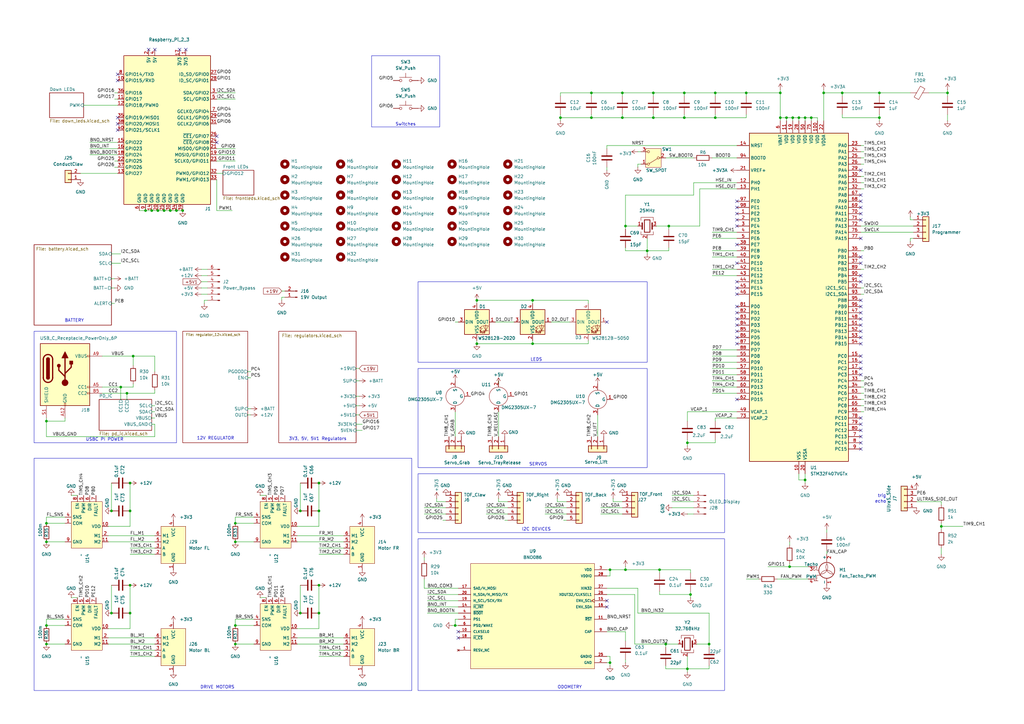
<source format=kicad_sch>
(kicad_sch (version 20250114) (generator "eeschema") (generator_version "9.0")
  (paper "A3")
  (title_block (title "Dry Lettuce Robot") (date "2026-02-07"))
  (rectangle (start 171.45 194.31) (end 297.18 218.44))
  (rectangle (start 171.45 115.57) (end 265.43 148.59))
  (rectangle (start 13.97 135.89) (end 72.39 181.61))
  (rectangle (start 171.45 151.13) (end 265.43 191.77))
  (rectangle (start 152.4 22.86) (end 180.34 52.07))
  (rectangle (start 171.45 220.98) (end 297.18 283.21))
  (rectangle (start 13.97 187.96) (end 168.91 283.21))
  (text "LEDS" (at 219.964 147.574 0) (effects (font (size 1.27 1.27))))
  (text "ODOMETRY" (at 233.68 281.94 0) (effects (font (size 1.27 1.27))))
  (text "trig\n" (at 361.696 203.454 0) (effects (font (size 1.27 1.27))))
  (text "SERVOS" (at 220.726 190.5 0) (effects (font (size 1.27 1.27))))
  (text "USBC PI POWER\n" (at 42.926 180.34 0) (effects (font (size 1.27 1.27))))
  (text "\n\n12V REGULATOR" (at 88.392 177.8 0) (effects (font (size 1.27 1.27))))
  (text "DRIVE MOTORS\n" (at 89.154 281.94 0) (effects (font (size 1.27 1.27))))
  (text "BATTERY" (at 30.48 131.572 0) (effects (font (size 1.27 1.27))))
  (text "3V3, 5V, 5V1 Regulators" (at 130.302 180.086 0) (effects (font (size 1.27 1.27))))
  (text "Switches" (at 166.37 51.054 0) (effects (font (size 1.27 1.27))))
  (text "I2C DEVICES" (at 219.964 217.17 0) (effects (font (size 1.27 1.27))))
  (text "echo\n" (at 361.188 205.74 0) (effects (font (size 1.27 1.27))))
  (junction (at 195.58 123.19))
  (junction (at 320.04 48.26))
  (junction (at 45.72 251.46))
  (junction (at 327.66 48.26))
  (junction (at 306.07 38.1))
  (junction (at 45.72 209.55))
  (junction (at 19.05 172.72))
  (junction (at 283.21 243.84))
  (junction (at 19.05 214.63))
  (junction (at 273.05 264.16))
  (junction (at 218.44 140.97))
  (junction (at 130.81 209.55))
  (junction (at 96.52 264.16))
  (junction (at 250.19 233.68))
  (junction (at 229.87 48.26))
  (junction (at 280.67 38.1))
  (junction (at 195.58 140.97))
  (junction (at 267.97 48.26))
  (junction (at 290.83 264.16))
  (junction (at 242.57 48.26))
  (junction (at 256.54 233.68))
  (junction (at 256.54 92.71))
  (junction (at 330.2 196.85))
  (junction (at 49.53 158.75))
  (junction (at 53.34 240.03))
  (junction (at 281.94 181.61))
  (junction (at 360.68 38.1))
  (junction (at 242.57 38.1))
  (junction (at 255.27 48.26))
  (junction (at 52.07 161.29))
  (junction (at 69.85 86.36))
  (junction (at 96.52 222.25))
  (junction (at 19.05 264.16))
  (junction (at 274.32 92.71))
  (junction (at 19.05 222.25))
  (junction (at 96.52 256.54))
  (junction (at 281.94 274.32))
  (junction (at 293.37 48.26))
  (junction (at 130.81 240.03))
  (junction (at 186.69 256.54))
  (junction (at 255.27 38.1))
  (junction (at 53.34 198.12))
  (junction (at 322.58 48.26))
  (junction (at 345.44 38.1))
  (junction (at 267.97 38.1))
  (junction (at 323.85 232.41))
  (junction (at 250.19 271.78))
  (junction (at 96.52 214.63))
  (junction (at 360.68 48.26))
  (junction (at 123.19 209.55))
  (junction (at 330.2 48.26))
  (junction (at 386.08 215.9))
  (junction (at 280.67 48.26))
  (junction (at 293.37 38.1))
  (junction (at 270.51 233.68))
  (junction (at 54.61 146.05))
  (junction (at 72.39 86.36))
  (junction (at 388.62 38.1))
  (junction (at 53.34 251.46))
  (junction (at 325.12 48.26))
  (junction (at 74.93 86.36))
  (junction (at 53.34 209.55))
  (junction (at 130.81 198.12))
  (junction (at 337.82 38.1))
  (junction (at 19.05 256.54))
  (junction (at 265.43 102.87))
  (junction (at 64.77 86.36))
  (junction (at 332.74 48.26))
  (junction (at 130.81 251.46))
  (junction (at 123.19 251.46))
  (junction (at 59.69 86.36))
  (junction (at 62.23 86.36))
  (junction (at 218.44 123.19))
  (junction (at 320.04 38.1))
  (junction (at 67.31 86.36))
  (no_connect (at 48.26 33.02))
  (no_connect (at 353.06 80.01))
  (no_connect (at 353.06 90.17))
  (no_connect (at 302.26 138.43))
  (no_connect (at 76.2 20.32))
  (no_connect (at 353.06 146.05))
  (no_connect (at 353.06 113.03))
  (no_connect (at 248.92 248.92))
  (no_connect (at 302.26 115.57))
  (no_connect (at 353.06 184.15))
  (no_connect (at 48.26 50.8))
  (no_connect (at 353.06 151.13))
  (no_connect (at 302.26 92.71))
  (no_connect (at 248.92 246.38))
  (no_connect (at 353.06 153.67))
  (no_connect (at 302.26 118.11))
  (no_connect (at 353.06 135.89))
  (no_connect (at 353.06 123.19))
  (no_connect (at 353.06 130.81))
  (no_connect (at 353.06 87.63))
  (no_connect (at 353.06 115.57))
  (no_connect (at 353.06 140.97))
  (no_connect (at 88.9 55.88))
  (no_connect (at 353.06 125.73))
  (no_connect (at 353.06 107.95))
  (no_connect (at 353.06 85.09))
  (no_connect (at 353.06 181.61))
  (no_connect (at 187.96 261.62))
  (no_connect (at 48.26 53.34))
  (no_connect (at 302.26 130.81))
  (no_connect (at 353.06 97.79))
  (no_connect (at 88.9 58.42))
  (no_connect (at 48.26 48.26))
  (no_connect (at 302.26 135.89))
  (no_connect (at 248.92 132.08))
  (no_connect (at 353.06 176.53))
  (no_connect (at 353.06 148.59))
  (no_connect (at 353.06 105.41))
  (no_connect (at 302.26 140.97))
  (no_connect (at 353.06 173.99))
  (no_connect (at 302.26 87.63))
  (no_connect (at 302.26 125.73))
  (no_connect (at 353.06 82.55))
  (no_connect (at 302.26 90.17))
  (no_connect (at 63.5 20.32))
  (no_connect (at 302.26 100.33))
  (no_connect (at 353.06 171.45))
  (no_connect (at 302.26 128.27))
  (no_connect (at 302.26 120.65))
  (no_connect (at 353.06 133.35))
  (no_connect (at 187.96 259.08))
  (no_connect (at 353.06 179.07))
  (no_connect (at 353.06 128.27))
  (no_connect (at 302.26 133.35))
  (no_connect (at 353.06 69.85))
  (no_connect (at 73.66 20.32))
  (no_connect (at 302.26 82.55))
  (no_connect (at 48.26 30.48))
  (no_connect (at 302.26 85.09))
  (no_connect (at 353.06 138.43))
  (no_connect (at 302.26 163.83))
  (no_connect (at 60.96 20.32))
  (no_connect (at 302.26 107.95))
  (wire (pts (xy 290.83 274.32) (xy 290.83 273.05)))
  (wire (pts (xy 83.82 123.19) (xy 85.09 123.19)))
  (wire (pts (xy 88.9 66.04) (xy 96.52 66.04)))
  (wire (pts (xy 388.62 39.37) (xy 388.62 38.1)))
  (wire (pts (xy 256.54 102.87) (xy 265.43 102.87)))
  (wire (pts (xy 130.81 227.33) (xy 140.97 227.33)))
  (wire (pts (xy 261.62 241.3) (xy 248.92 241.3)))
  (wire (pts (xy 373.38 90.17) (xy 374.65 90.17)))
  (wire (pts (xy 229.87 48.26) (xy 229.87 46.99)))
  (wire (pts (xy 173.99 241.3) (xy 187.96 241.3)))
  (wire (pts (xy 274.32 92.71) (xy 287.02 92.71)))
  (wire (pts (xy 273.05 264.16) (xy 273.05 265.43)))
  (wire (pts (xy 281.94 181.61) (xy 281.94 182.88)))
  (wire (pts (xy 106.68 203.2) (xy 109.22 203.2)))
  (wire (pts (xy 373.38 99.06) (xy 373.38 97.79)))
  (wire (pts (xy 330.2 48.26) (xy 327.66 48.26)))
  (wire (pts (xy 53.34 257.81) (xy 44.45 257.81)))
  (wire (pts (xy 36.83 63.5) (xy 48.26 63.5)))
  (wire (pts (xy 292.1 95.25) (xy 302.26 95.25)))
  (wire (pts (xy 353.06 67.31) (xy 354.33 67.31)))
  (wire (pts (xy 360.68 48.26) (xy 360.68 46.99)))
  (wire (pts (xy 173.99 208.28) (xy 182.88 208.28)))
  (wire (pts (xy 53.34 269.24) (xy 63.5 269.24)))
  (wire (pts (xy 64.77 86.36) (xy 67.31 86.36)))
  (wire (pts (xy 63.5 168.91) (xy 62.23 168.91)))
  (wire (pts (xy 130.81 240.03) (xy 130.81 251.46)))
  (wire (pts (xy 273.05 273.05) (xy 273.05 274.32)))
  (wire (pts (xy 207.01 213.36) (xy 208.28 213.36)))
  (wire (pts (xy 322.58 48.26) (xy 322.58 49.53)))
  (wire (pts (xy 292.1 110.49) (xy 302.26 110.49)))
  (wire (pts (xy 306.07 38.1) (xy 320.04 38.1)))
  (wire (pts (xy 175.26 251.46) (xy 187.96 251.46)))
  (wire (pts (xy 53.34 224.79) (xy 63.5 224.79)))
  (wire (pts (xy 67.31 86.36) (xy 69.85 86.36)))
  (wire (pts (xy 187.96 254) (xy 186.69 254)))
  (wire (pts (xy 332.74 48.26) (xy 332.74 49.53)))
  (wire (pts (xy 248.92 69.85) (xy 248.92 68.58)))
  (wire (pts (xy 106.68 245.11) (xy 109.22 245.11)))
  (wire (pts (xy 46.99 40.64) (xy 48.26 40.64)))
  (wire (pts (xy 292.1 153.67) (xy 302.26 153.67)))
  (wire (pts (xy 360.68 48.26) (xy 360.68 49.53)))
  (wire (pts (xy 246.38 210.82) (xy 255.27 210.82)))
  (wire (pts (xy 274.32 102.87) (xy 274.32 101.6)))
  (wire (pts (xy 353.06 110.49) (xy 354.33 110.49)))
  (wire (pts (xy 229.87 49.53) (xy 229.87 48.26)))
  (wire (pts (xy 121.92 264.16) (xy 140.97 264.16)))
  (wire (pts (xy 345.44 38.1) (xy 337.82 38.1)))
  (wire (pts (xy 63.5 152.4) (xy 63.5 146.05)))
  (wire (pts (xy 26.67 214.63) (xy 19.05 214.63)))
  (wire (pts (xy 354.33 118.11) (xy 353.06 118.11)))
  (wire (pts (xy 360.68 38.1) (xy 373.38 38.1)))
  (wire (pts (xy 248.92 59.69) (xy 248.92 60.96)))
  (wire (pts (xy 318.77 237.49) (xy 331.47 237.49)))
  (wire (pts (xy 260.35 243.84) (xy 248.92 243.84)))
  (wire (pts (xy 293.37 48.26) (xy 293.37 46.99)))
  (wire (pts (xy 49.53 158.75) (xy 54.61 158.75)))
  (wire (pts (xy 292.1 97.79) (xy 302.26 97.79)))
  (wire (pts (xy 292.1 158.75) (xy 302.26 158.75)))
  (wire (pts (xy 327.66 48.26) (xy 325.12 48.26)))
  (wire (pts (xy 386.08 215.9) (xy 394.97 215.9)))
  (wire (pts (xy 48.26 43.18) (xy 34.29 43.18)))
  (wire (pts (xy 280.67 38.1) (xy 293.37 38.1)))
  (wire (pts (xy 293.37 48.26) (xy 306.07 48.26)))
  (wire (pts (xy 335.28 48.26) (xy 332.74 48.26)))
  (wire (pts (xy 250.19 236.22) (xy 250.19 233.68)))
  (wire (pts (xy 82.55 115.57) (xy 85.09 115.57)))
  (wire (pts (xy 293.37 180.34) (xy 293.37 181.61)))
  (wire (pts (xy 179.07 204.47) (xy 179.07 205.74)))
  (wire (pts (xy 386.08 205.74) (xy 375.92 205.74)))
  (wire (pts (xy 388.62 38.1) (xy 381 38.1)))
  (wire (pts (xy 242.57 48.26) (xy 242.57 46.99)))
  (wire (pts (xy 292.1 148.59) (xy 302.26 148.59)))
  (wire (pts (xy 102.87 154.94) (xy 101.6 154.94)))
  (wire (pts (xy 280.67 48.26) (xy 293.37 48.26)))
  (wire (pts (xy 96.52 212.09) (xy 104.14 212.09)))
  (wire (pts (xy 284.48 74.93) (xy 302.26 74.93)))
  (wire (pts (xy 228.6 204.47) (xy 228.6 205.74)))
  (wire (pts (xy 41.91 146.05) (xy 54.61 146.05)))
  (wire (pts (xy 231.14 213.36) (xy 232.41 213.36)))
  (wire (pts (xy 275.59 208.28) (xy 284.48 208.28)))
  (wire (pts (xy 173.99 241.3) (xy 173.99 237.49)))
  (wire (pts (xy 354.33 156.21) (xy 353.06 156.21)))
  (wire (pts (xy 335.28 48.26) (xy 335.28 49.53)))
  (wire (pts (xy 19.05 254) (xy 19.05 256.54)))
  (wire (pts (xy 204.47 204.47) (xy 204.47 205.74)))
  (wire (pts (xy 46.99 66.04) (xy 48.26 66.04)))
  (wire (pts (xy 53.34 240.03) (xy 53.34 251.46)))
  (wire (pts (xy 229.87 38.1) (xy 242.57 38.1)))
  (wire (pts (xy 29.21 203.2) (xy 31.75 203.2)))
  (wire (pts (xy 261.62 67.31) (xy 262.89 67.31)))
  (wire (pts (xy 306.07 48.26) (xy 306.07 46.99)))
  (wire (pts (xy 256.54 270.51) (xy 256.54 271.78)))
  (wire (pts (xy 88.9 71.12) (xy 91.44 71.12)))
  (wire (pts (xy 280.67 48.26) (xy 280.67 46.99)))
  (wire (pts (xy 121.92 219.71) (xy 140.97 219.71)))
  (wire (pts (xy 287.02 77.47) (xy 302.26 77.47)))
  (wire (pts (xy 281.94 274.32) (xy 281.94 275.59)))
  (wire (pts (xy 102.87 170.18) (xy 101.6 170.18)))
  (wire (pts (xy 130.81 198.12) (xy 130.81 209.55)))
  (wire (pts (xy 46.99 68.58) (xy 48.26 68.58)))
  (wire (pts (xy 267.97 39.37) (xy 267.97 38.1)))
  (wire (pts (xy 59.69 86.36) (xy 62.23 86.36)))
  (wire (pts (xy 292.1 161.29) (xy 302.26 161.29)))
  (wire (pts (xy 353.06 161.29) (xy 354.33 161.29)))
  (wire (pts (xy 175.26 246.38) (xy 187.96 246.38)))
  (wire (pts (xy 44.45 264.16) (xy 63.5 264.16)))
  (wire (pts (xy 248.92 236.22) (xy 250.19 236.22)))
  (wire (pts (xy 273.05 64.77) (xy 284.48 64.77)))
  (wire (pts (xy 255.27 48.26) (xy 255.27 46.99)))
  (wire (pts (xy 96.52 214.63) (xy 104.14 214.63)))
  (wire (pts (xy 19.05 222.25) (xy 26.67 222.25)))
  (wire (pts (xy 115.57 121.92) (xy 116.84 121.92)))
  (wire (pts (xy 241.3 139.7) (xy 241.3 140.97)))
  (wire (pts (xy 88.9 60.96) (xy 96.52 60.96)))
  (wire (pts (xy 354.33 158.75) (xy 353.06 158.75)))
  (wire (pts (xy 260.35 264.16) (xy 260.35 243.84)))
  (wire (pts (xy 255.27 48.26) (xy 267.97 48.26)))
  (wire (pts (xy 88.9 73.66) (xy 88.9 86.36)))
  (wire (pts (xy 223.52 208.28) (xy 232.41 208.28)))
  (wire (pts (xy 53.34 251.46) (xy 53.34 257.81)))
  (wire (pts (xy 314.96 232.41) (xy 323.85 232.41)))
  (wire (pts (xy 173.99 228.6) (xy 173.99 229.87)))
  (wire (pts (xy 275.59 203.2) (xy 284.48 203.2)))
  (wire (pts (xy 339.09 226.06) (xy 339.09 227.33)))
  (wire (pts (xy 44.45 222.25) (xy 63.5 222.25)))
  (wire (pts (xy 292.1 146.05) (xy 302.26 146.05)))
  (wire (pts (xy 345.44 39.37) (xy 345.44 38.1)))
  (wire (pts (xy 323.85 222.25) (xy 323.85 223.52)))
  (wire (pts (xy 26.67 212.09) (xy 19.05 212.09)))
  (wire (pts (xy 33.02 71.12) (xy 48.26 71.12)))
  (wire (pts (xy 45.72 124.46) (xy 46.99 124.46)))
  (wire (pts (xy 250.19 269.24) (xy 248.92 269.24)))
  (wire (pts (xy 306.07 39.37) (xy 306.07 38.1)))
  (wire (pts (xy 69.85 86.36) (xy 72.39 86.36)))
  (wire (pts (xy 353.06 74.93) (xy 354.33 74.93)))
  (wire (pts (xy 386.08 215.9) (xy 386.08 217.17)))
  (wire (pts (xy 339.09 217.17) (xy 339.09 218.44)))
  (wire (pts (xy 256.54 262.89) (xy 256.54 259.08)))
  (wire (pts (xy 265.43 102.87) (xy 274.32 102.87)))
  (wire (pts (xy 248.92 259.08) (xy 256.54 259.08)))
  (wire (pts (xy 54.61 146.05) (xy 63.5 146.05)))
  (wire (pts (xy 63.5 173.99) (xy 62.23 173.99)))
  (wire (pts (xy 292.1 102.87) (xy 302.26 102.87)))
  (wire (pts (xy 292.1 143.51) (xy 302.26 143.51)))
  (wire (pts (xy 130.81 266.7) (xy 140.97 266.7)))
  (wire (pts (xy 260.35 264.16) (xy 273.05 264.16)))
  (wire (pts (xy 115.57 119.38) (xy 116.84 119.38)))
  (wire (pts (xy 146.05 173.99) (xy 148.59 173.99)))
  (wire (pts (xy 45.72 240.03) (xy 45.72 251.46)))
  (wire (pts (xy 275.59 205.74) (xy 284.48 205.74)))
  (wire (pts (xy 292.1 64.77) (xy 302.26 64.77)))
  (wire (pts (xy 52.07 161.29) (xy 52.07 163.83)))
  (wire (pts (xy 267.97 48.26) (xy 267.97 46.99)))
  (wire (pts (xy 251.46 205.74) (xy 251.46 204.47)))
  (wire (pts (xy 251.46 205.74) (xy 255.27 205.74)))
  (wire (pts (xy 345.44 38.1) (xy 360.68 38.1)))
  (wire (pts (xy 242.57 39.37) (xy 242.57 38.1)))
  (wire (pts (xy 41.91 158.75) (xy 49.53 158.75)))
  (wire (pts (xy 195.58 140.97) (xy 218.44 140.97)))
  (wire (pts (xy 19.05 179.07) (xy 63.5 179.07)))
  (wire (pts (xy 325.12 48.26) (xy 325.12 49.53)))
  (wire (pts (xy 280.67 39.37) (xy 280.67 38.1)))
  (wire (pts (xy 261.62 62.23) (xy 262.89 62.23)))
  (wire (pts (xy 320.04 38.1) (xy 320.04 48.26)))
  (wire (pts (xy 373.38 97.79) (xy 374.65 97.79)))
  (wire (pts (xy 261.62 251.46) (xy 290.83 251.46)))
  (wire (pts (xy 228.6 205.74) (xy 232.41 205.74)))
  (wire (pts (xy 283.21 233.68) (xy 270.51 233.68)))
  (wire (pts (xy 147.32 170.18) (xy 146.05 170.18)))
  (wire (pts (xy 88.9 40.64) (xy 96.52 40.64)))
  (wire (pts (xy 293.37 171.45) (xy 302.26 171.45)))
  (wire (pts (xy 175.26 243.84) (xy 187.96 243.84)))
  (wire (pts (xy 123.19 240.03) (xy 123.19 251.46)))
  (wire (pts (xy 19.05 172.72) (xy 19.05 179.07)))
  (wire (pts (xy 256.54 92.71) (xy 256.54 80.01)))
  (wire (pts (xy 57.15 86.36) (xy 59.69 86.36)))
  (wire (pts (xy 278.13 264.16) (xy 273.05 264.16)))
  (wire (pts (xy 292.1 151.13) (xy 302.26 151.13)))
  (wire (pts (xy 130.81 251.46) (xy 130.81 257.81)))
  (wire (pts (xy 173.99 210.82) (xy 182.88 210.82)))
  (wire (pts (xy 353.06 62.23) (xy 354.33 62.23)))
  (wire (pts (xy 320.04 36.83) (xy 320.04 38.1)))
  (wire (pts (xy 248.92 59.69) (xy 302.26 59.69)))
  (wire (pts (xy 320.04 48.26) (xy 320.04 49.53)))
  (wire (pts (xy 88.9 38.1) (xy 96.52 38.1)))
  (wire (pts (xy 82.55 120.65) (xy 85.09 120.65)))
  (wire (pts (xy 96.52 212.09) (xy 96.52 214.63)))
  (wire (pts (xy 146.05 176.53) (xy 148.59 176.53)))
  (wire (pts (xy 53.34 215.9) (xy 44.45 215.9)))
  (wire (pts (xy 320.04 48.26) (xy 322.58 48.26)))
  (wire (pts (xy 218.44 139.7) (xy 218.44 140.97)))
  (wire (pts (xy 353.06 77.47) (xy 354.33 77.47)))
  (wire (pts (xy 360.68 38.1) (xy 360.68 39.37)))
  (wire (pts (xy 270.51 243.84) (xy 283.21 243.84)))
  (wire (pts (xy 256.54 233.68) (xy 256.54 232.41)))
  (wire (pts (xy 36.83 58.42) (xy 48.26 58.42)))
  (wire (pts (xy 185.42 256.54) (xy 186.69 256.54)))
  (wire (pts (xy 146.05 156.21) (xy 147.32 156.21)))
  (wire (pts (xy 121.92 261.62) (xy 140.97 261.62)))
  (wire (pts (xy 373.38 88.9) (xy 373.38 90.17)))
  (wire (pts (xy 345.44 48.26) (xy 360.68 48.26)))
  (wire (pts (xy 199.39 210.82) (xy 208.28 210.82)))
  (wire (pts (xy 96.52 222.25) (xy 104.14 222.25)))
  (wire (pts (xy 218.44 123.19) (xy 241.3 123.19)))
  (wire (pts (xy 88.9 86.36) (xy 95.25 86.36)))
  (wire (pts (xy 179.07 205.74) (xy 182.88 205.74)))
  (wire (pts (xy 186.69 254) (xy 186.69 256.54)))
  (wire (pts (xy 175.26 248.92) (xy 187.96 248.92)))
  (wire (pts (xy 242.57 48.26) (xy 255.27 48.26)))
  (wire (pts (xy 250.19 273.05) (xy 250.19 271.78)))
  (wire (pts (xy 96.52 264.16) (xy 104.14 264.16)))
  (wire (pts (xy 256.54 80.01) (xy 284.48 80.01)))
  (wire (pts (xy 186.69 168.91) (xy 186.69 179.07)))
  (wire (pts (xy 287.02 92.71) (xy 287.02 77.47)))
  (wire (pts (xy 330.2 196.85) (xy 330.2 198.12)))
  (wire (pts (xy 353.06 59.69) (xy 354.33 59.69)))
  (wire (pts (xy 353.06 64.77) (xy 354.33 64.77)))
  (wire (pts (xy 45.72 198.12) (xy 45.72 209.55)))
  (wire (pts (xy 44.45 219.71) (xy 63.5 219.71)))
  (wire (pts (xy 293.37 181.61) (xy 281.94 181.61)))
  (wire (pts (xy 229.87 48.26) (xy 242.57 48.26)))
  (wire (pts (xy 273.05 274.32) (xy 281.94 274.32)))
  (wire (pts (xy 265.43 102.87) (xy 265.43 104.14)))
  (wire (pts (xy 26.67 254) (xy 19.05 254)))
  (wire (pts (xy 146.05 151.13) (xy 147.32 151.13)))
  (wire (pts (xy 354.33 102.87) (xy 353.06 102.87)))
  (wire (pts (xy 353.06 95.25) (xy 374.65 95.25)))
  (wire (pts (xy 45.72 104.14) (xy 49.53 104.14)))
  (wire (pts (xy 226.06 132.08) (xy 233.68 132.08)))
  (wire (pts (xy 284.48 80.01) (xy 284.48 74.93)))
  (wire (pts (xy 293.37 172.72) (xy 293.37 171.45)))
  (wire (pts (xy 186.69 132.08) (xy 187.96 132.08)))
  (wire (pts (xy 386.08 214.63) (xy 386.08 215.9)))
  (wire (pts (xy 325.12 48.26) (xy 322.58 48.26)))
  (wire (pts (xy 83.82 124.46) (xy 83.82 123.19)))
  (wire (pts (xy 267.97 38.1) (xy 280.67 38.1)))
  (wire (pts (xy 19.05 264.16) (xy 26.67 264.16)))
  (wire (pts (xy 29.21 245.11) (xy 31.75 245.11)))
  (wire (pts (xy 88.9 63.5) (xy 96.52 63.5)))
  (wire (pts (xy 283.21 234.95) (xy 283.21 233.68)))
  (wire (pts (xy 345.44 48.26) (xy 345.44 46.99)))
  (wire (pts (xy 255.27 39.37) (xy 255.27 38.1)))
  (wire (pts (xy 292.1 105.41) (xy 302.26 105.41)))
  (wire (pts (xy 63.5 166.37) (xy 62.23 166.37)))
  (wire (pts (xy 248.92 271.78) (xy 250.19 271.78)))
  (wire (pts (xy 53.34 209.55) (xy 53.34 215.9)))
  (wire (pts (xy 242.57 38.1) (xy 255.27 38.1)))
  (wire (pts (xy 203.2 132.08) (xy 210.82 132.08)))
  (wire (pts (xy 147.32 166.37) (xy 146.05 166.37)))
  (wire (pts (xy 246.38 208.28) (xy 255.27 208.28)))
  (wire (pts (xy 261.62 68.58) (xy 261.62 67.31)))
  (wire (pts (xy 283.21 243.84) (xy 283.21 242.57)))
  (wire (pts (xy 293.37 39.37) (xy 293.37 38.1)))
  (wire (pts (xy 104.14 256.54) (xy 96.52 256.54)))
  (wire (pts (xy 255.27 38.1) (xy 267.97 38.1)))
  (wire (pts (xy 269.24 92.71) (xy 274.32 92.71)))
  (wire (pts (xy 265.43 97.79) (xy 265.43 102.87)))
  (wire (pts (xy 46.99 38.1) (xy 48.26 38.1)))
  (wire (pts (xy 306.07 237.49) (xy 311.15 237.49)))
  (wire (pts (xy 72.39 86.36) (xy 74.93 86.36)))
  (wire (pts (xy 195.58 123.19) (xy 218.44 123.19)))
  (wire (pts (xy 130.81 209.55) (xy 130.81 215.9)))
  (wire (pts (xy 332.74 48.26) (xy 330.2 48.26)))
  (wire (pts (xy 353.06 72.39) (xy 354.33 72.39)))
  (wire (pts (xy 62.23 86.36) (xy 64.77 86.36)))
  (wire (pts (xy 283.21 243.84) (xy 283.21 245.11)))
  (wire (pts (xy 19.05 171.45) (xy 19.05 172.72)))
  (wire (pts (xy 250.19 233.68) (xy 256.54 233.68)))
  (wire (pts (xy 353.06 92.71) (xy 374.65 92.71)))
  (wire (pts (xy 218.44 123.19) (xy 218.44 124.46)))
  (wire (pts (xy 386.08 224.79) (xy 386.08 227.33)))
  (wire (pts (xy 270.51 242.57) (xy 270.51 243.84)))
  (wire (pts (xy 353.06 168.91) (xy 354.33 168.91)))
  (wire (pts (xy 195.58 140.97) (xy 195.58 139.7)))
  (wire (pts (xy 49.53 158.75) (xy 49.53 163.83)))
  (wire (pts (xy 245.11 170.18) (xy 245.11 179.07)))
  (wire (pts (xy 82.55 110.49) (xy 85.09 110.49)))
  (wire (pts (xy 274.32 92.71) (xy 274.32 93.98)))
  (wire (pts (xy 195.58 124.46) (xy 195.58 123.19)))
  (wire (pts (xy 19.05 212.09) (xy 19.05 214.63)))
  (wire (pts (xy 102.87 152.4) (xy 101.6 152.4)))
  (wire (pts (xy 218.44 140.97) (xy 241.3 140.97)))
  (wire (pts (xy 204.47 168.91) (xy 204.47 179.07)))
  (wire (pts (xy 223.52 210.82) (xy 232.41 210.82)))
  (wire (pts (xy 147.32 162.56) (xy 146.05 162.56)))
  (wire (pts (xy 327.66 48.26) (xy 327.66 49.53)))
  (wire (pts (xy 229.87 38.1) (xy 229.87 39.37)))
  (wire (pts (xy 121.92 222.25) (xy 140.97 222.25)))
  (wire (pts (xy 250.19 271.78) (xy 250.19 269.24)))
  (wire (pts (xy 261.62 251.46) (xy 261.62 241.3)))
  (wire (pts (xy 63.5 179.07) (xy 63.5 173.99)))
  (wire (pts (xy 323.85 232.41) (xy 331.47 232.41)))
  (wire (pts (xy 53.34 198.12) (xy 53.34 209.55)))
  (wire (pts (xy 330.2 194.31) (xy 330.2 196.85)))
  (wire (pts (xy 53.34 227.33) (xy 63.5 227.33)))
  (wire (pts (xy 281.94 210.82) (xy 284.48 210.82)))
  (wire (pts (xy 102.87 167.64) (xy 101.6 167.64)))
  (wire (pts (xy 353.06 163.83) (xy 354.33 163.83)))
  (wire (pts (xy 26.67 256.54) (xy 19.05 256.54)))
  (wire (pts (xy 186.69 256.54) (xy 187.96 256.54)))
  (wire (pts (xy 386.08 207.01) (xy 386.08 205.74)))
  (wire (pts (xy 96.52 254) (xy 96.52 256.54)))
  (wire (pts (xy 54.61 158.75) (xy 54.61 157.48)))
  (wire (pts (xy 130.81 215.9) (xy 121.92 215.9)))
  (wire (pts (xy 281.94 172.72) (xy 281.94 168.91)))
  (wire (pts (xy 204.47 156.21) (xy 204.47 157.48)))
  (wire (pts (xy 248.92 233.68) (xy 250.19 233.68)))
  (wire (pts (xy 327.66 194.31) (xy 327.66 196.85)))
  (wire (pts (xy 45.72 107.95) (xy 49.53 107.95)))
  (wire (pts (xy 292.1 113.03) (xy 302.26 113.03)))
  (wire (pts (xy 52.07 161.29) (xy 63.5 161.29)))
  (wire (pts (xy 281.94 180.34) (xy 281.94 181.61)))
  (wire (pts (xy 130.81 224.79) (xy 140.97 224.79)))
  (wire (pts (xy 115.57 123.19) (xy 115.57 121.92)))
  (wire (pts (xy 388.62 36.83) (xy 388.62 38.1)))
  (wire (pts (xy 388.62 46.99) (xy 388.62 49.53)))
  (wire (pts (xy 330.2 196.85) (xy 327.66 196.85)))
  (wire (pts (xy 292.1 156.21) (xy 302.26 156.21)))
  (wire (pts (xy 281.94 168.91) (xy 302.26 168.91)))
  (wire (pts (xy 353.06 166.37) (xy 354.33 166.37)))
  (wire (pts (xy 82.55 113.03) (xy 85.09 113.03)))
  (wire (pts (xy 281.94 274.32) (xy 290.83 274.32)))
  (wire (pts (xy 293.37 38.1) (xy 306.07 38.1)))
  (wire (pts (xy 256.54 101.6) (xy 256.54 102.87)))
  (wire (pts (xy 290.83 251.46) (xy 290.83 264.16)))
  (wire (pts (xy 256.54 233.68) (xy 270.51 233.68)))
  (wire (pts (xy 281.94 269.24) (xy 281.94 274.32)))
  (wire (pts (xy 261.62 92.71) (xy 256.54 92.71)))
  (wire (pts (xy 63.5 161.29) (xy 63.5 160.02)))
  (wire (pts (xy 130.81 269.24) (xy 140.97 269.24)))
  (wire (pts (xy 337.82 38.1) (xy 337.82 49.53)))
  (wire (pts (xy 270.51 234.95) (xy 270.51 233.68)))
  (wire (pts (xy 26.67 171.45) (xy 26.67 172.72)))
  (wire (pts (xy 63.5 171.45) (xy 62.23 171.45)))
  (wire (pts (xy 45.72 118.11) (xy 46.99 118.11)))
  (wire (pts (xy 354.33 120.65) (xy 353.06 120.65)))
  (wire (pts (xy 290.83 264.16) (xy 290.83 265.43)))
  (wire (pts (xy 130.81 257.81) (xy 121.92 257.81)))
  (wire (pts (xy 123.19 198.12) (xy 123.19 209.55)))
  (wire (pts (xy 26.67 172.72) (xy 19.05 172.72)))
  (wire (pts (xy 323.85 231.14) (xy 323.85 232.41)))
  (wire (pts (xy 104.14 254) (xy 96.52 254)))
  (wire (pts (xy 337.82 36.83) (xy 337.82 38.1)))
  (wire (pts (xy 241.3 124.46) (xy 241.3 123.19)))
  (wire (pts (xy 267.97 48.26) (xy 280.67 48.26)))
  (wire (pts (xy 36.83 60.96) (xy 48.26 60.96)))
  (wire (pts (xy 256.54 92.71) (xy 256.54 93.98)))
  (wire (pts (xy 330.2 48.26) (xy 330.2 49.53)))
  (wire (pts (xy 285.75 264.16) (xy 290.83 264.16)))
  (wire (pts (xy 181.61 213.36) (xy 182.88 213.36)))
  (wire (pts (xy 82.55 118.11) (xy 85.09 118.11)))
  (wire (pts (xy 45.72 114.3) (xy 46.99 114.3)))
  (wire (pts (xy 199.39 208.28) (xy 208.28 208.28)))
  (wire (pts (xy 53.34 266.7) (xy 63.5 266.7)))
  (wire (pts (xy 41.91 161.29) (xy 52.07 161.29)))
  (wire (pts (xy 54.61 146.05) (xy 54.61 149.86)))
  (wire (pts (xy 204.47 205.74) (xy 208.28 205.74)))
  (wire (pts (xy 44.45 261.62) (xy 63.5 261.62)))
  (label "BNO_BOOTN" (at 175.26 251.46 0))
  (label "PD10" (at 36.83 245.11 90))
  (label "TIM5_CH2" (at 354.33 62.23 0))
  (label "BL_M1" (at 53.34 261.62 0))
  (label "PC5" (at 102.87 154.94 0))
  (label "BNO_NRST" (at 36.83 58.42 0))
  (label "PD9" (at 292.1 148.59 0))
  (label "SWDIO" (at 354.33 92.71 0))
  (label "PD11" (at 292.1 153.67 0))
  (label "I2C_SDA" (at 63.5 168.91 0))
  (label "PD14" (at 116.84 245.11 90))
  (label "PE6" (at 292.1 97.79 0))
  (label "I2C_SDA" (at 96.52 38.1 180))
  (label "BL_SNS" (at 19.05 254 0))
  (label "TIM4_CH2" (at 292.1 158.75 0))
  (label "GPIO26" (at 207.01 213.36 180))
  (label "I2C_SCL" (at 223.52 210.82 0))
  (label "PWM1" (at 306.07 237.49 0))
  (label "I2C_SDA" (at 354.33 120.65 0))
  (label "I2C_SDA" (at 199.39 208.28 0))
  (label "TIM8_CH2" (at 242.57 179.07 90))
  (label "I2C_SCL" (at 49.53 107.95 0))
  (label "I2C_SCL" (at 175.26 246.38 0))
  (label "PD7" (at 116.84 203.2 90))
  (label "I2C_SDA" (at 223.52 208.28 0))
  (label "V_RELEASE" (at 204.47 179.07 90))
  (label "PD11" (at 114.3 245.11 90))
  (label "TIM3_CH2" (at 354.33 77.47 0))
  (label "GPIO1" (at 210.82 162.56 0))
  (label "TIM8_CH4" (at 354.33 168.91 0))
  (label "SW_BOOT0" (at 274.32 64.77 0))
  (label "VCAP_2" (at 293.37 171.45 0))
  (label "TIM1_CH2" (at 292.1 110.49 0))
  (label "TIM9_CH1" (at 292.1 95.25 0))
  (label "PD7" (at 292.1 143.51 0))
  (label "GPIO9" (at 96.52 60.96 180))
  (label "TIM8_CH1" (at 354.33 161.29 0))
  (label "I2C_SCL" (at 354.33 118.11 0))
  (label "VBUS_GND" (at 21.59 179.07 0))
  (label "GPIO9" (at 231.14 213.36 180))
  (label "GPIO6" (at 88.9 50.8 0))
  (label "TIM5_CH2" (at 34.29 245.11 90))
  (label "TIM5_CH3" (at 111.76 203.2 90))
  (label "GPIO5" (at 161.29 33.02 180))
  (label "HSE_OUT" (at 293.37 77.47 0))
  (label "TIM5_CH4" (at 34.29 203.2 90))
  (label "CC2" (at 44.45 161.29 0))
  (label "TIM5_CH1" (at 354.33 59.69 0))
  (label "TIM4_CH1" (at 292.1 156.21 0))
  (label "ULTRAS_SIDE_OUT" (at 375.92 205.74 0))
  (label "PC5" (at 354.33 158.75 0))
  (label "TIM1_CH1" (at 292.1 105.41 0))
  (label "GPIO4" (at 88.9 45.72 0))
  (label "FR_M1" (at 130.81 219.71 0))
  (label "TIM4_CH2" (at 130.81 269.24 0))
  (label "TIM2_CH2" (at 130.81 227.33 0))
  (label "VBUS" (at 63.5 171.45 0))
  (label "GPIO6" (at 161.29 44.45 180))
  (label "GPIO16" (at 46.99 38.1 180))
  (label "PD8" (at 292.1 146.05 0))
  (label "TIM3_CH1" (at 53.34 224.79 0))
  (label "PD14" (at 292.1 161.29 0))
  (label "NRST" (at 259.08 59.69 0))
  (label "PB0" (at 39.37 203.2 90))
  (label "PE8" (at 292.1 102.87 0))
  (label "BNO_INT" (at 175.26 248.92 0))
  (label "I2C_SCL" (at 63.5 166.37 0))
  (label "PE6" (at 375.92 203.2 0))
  (label "FAN_CAP" (at 339.09 227.33 0))
  (label "TIM8_CH1" (at 184.15 179.07 90))
  (label "FAN_PWM" (at 320.04 237.49 0))
  (label "BNO_OUT32" (at 262.89 264.16 0))
  (label "BR_M2" (at 130.81 264.16 0))
  (label "V_GRAB" (at 186.69 179.07 90))
  (label "TIM5_CH4" (at 354.33 67.31 0))
  (label "TIM9_CH1" (at 394.97 215.9 0))
  (label "BNO_CAP" (at 248.92 259.08 0))
  (label "I2C_SCL" (at 199.39 210.82 0))
  (label "I2C_SDA" (at 275.59 203.2 0))
  (label "PE12" (at 292.1 113.03 0))
  (label "I2C_SCL" (at 173.99 210.82 0))
  (label "TIM3_CH1" (at 354.33 74.93 0))
  (label "GPIO26" (at 46.99 68.58 180))
  (label "BL_M2" (at 53.34 264.16 0))
  (label "GPIO17" (at 46.99 40.64 180))
  (label "PE8" (at 46.99 124.46 0))
  (label "BOOT0" (at 293.37 64.77 0))
  (label "BNO_NRST" (at 248.92 254 0))
  (label "TIM2_CH1" (at 130.81 224.79 0))
  (label "FL_M2" (at 53.34 222.25 0))
  (label "FR_SNS" (at 96.52 212.09 0))
  (label "GPIO17" (at 148.59 176.53 0))
  (label "VBUS" (at 45.72 146.05 0))
  (label "PB0" (at 354.33 102.87 0))
  (label "TIM2_CH2" (at 354.33 110.49 0))
  (label "SWCLK" (at 354.33 95.25 0))
  (label "HSE_IN" (at 293.37 74.93 0))
  (label "TIM4_CH1" (at 130.81 266.7 0))
  (label "I2C_SCL" (at 246.38 210.82 0))
  (label "GPIO10" (at 96.52 63.5 180))
  (label "BNO_IN32" (at 262.89 251.46 0))
  (label "I2C_SDA" (at 246.38 208.28 0))
  (label "V_LIFT" (at 245.11 179.07 90))
  (label "PE12" (at 39.37 245.11 90))
  (label "BR_M1" (at 130.81 261.62 0))
  (label "GPIO4" (at 193.04 162.56 0))
  (label "VCAP_1" (at 283.21 168.91 0))
  (label "TIM3_CH2" (at 53.34 227.33 0))
  (label "PD9" (at 114.3 203.2 90))
  (label "BNO_BOOTN" (at 36.83 63.5 0))
  (label "FL_SNS" (at 19.05 212.09 0))
  (label "PD8" (at 36.83 203.2 90))
  (label "D1_OUT" (at 203.2 132.08 0))
  (label "I2C_SDA" (at 49.53 104.14 0))
  (label "GPIO5" (at 88.9 48.26 0))
  (label "I2C_SCL" (at 275.59 205.74 0))
  (label "PWM1" (at 95.25 86.36 180))
  (label "BNO_COM3" (at 175.26 241.3 0))
  (label "PC4" (at 354.33 156.21 0))
  (label "FL_M1" (at 53.34 219.71 0))
  (label "I2C_SDA" (at 175.26 243.84 0))
  (label "GPIO16" (at 148.59 173.99 0))
  (label "CC1" (at 44.45 158.75 0))
  (label "D2_OUT" (at 226.06 132.08 0))
  (label "TIM8_CH2" (at 354.33 163.83 0))
  (label "BR_SNS" (at 96.52 254 0))
  (label "TIM5_CH1" (at 111.76 245.11 90))
  (label "GPIO11" (at 96.52 66.04 180))
  (label "GPIO0" (at 88.9 30.48 0))
  (label "GPIO25" (at 181.61 213.36 180))
  (label "FR_M2" (at 130.81 222.25 0))
  (label "TIM2_CH1" (at 354.33 72.39 0))
  (label "PD10" (at 292.1 151.13 0))
  (label "I2C_SCL" (at 96.52 40.64 180))
  (label "TIM8_CH3" (at 354.33 166.37 0))
  (label "GPIO0" (at 251.46 163.83 0))
  (label "BNO_INT" (at 36.83 60.96 0))
  (label "TIM1_CH2" (at 53.34 269.24 0))
  (label "PC4" (at 102.87 152.4 0))
  (label "GPIO1" (at 88.9 33.02 0))
  (label "GPIO25" (at 46.99 66.04 180))
  (label "GPIO10" (at 186.69 132.08 180))
  (label "GPIO11" (at 314.96 232.41 0))
  (label "I2C_SDA" (at 173.99 208.28 0))
  (label "TIM8_CH3" (at 201.93 179.07 90))
  (label "TIM5_CH3" (at 354.33 64.77 0))
  (label "TIM1_CH1" (at 53.34 266.7 0))
  (global_label "+5V1" (shape input) (at 82.55 115.57 180) (property "Intersheetrefs" "${INTERSHEET_REFS}" (effects (hide yes))))
  (global_label "+19V" (shape input) (at 147.32 151.13 0) (property "Intersheetrefs" "${INTERSHEET_REFS}" (effects (hide yes))))
  (global_label "+5V1" (shape input) (at 147.32 170.18 0) (property "Intersheetrefs" "${INTERSHEET_REFS}" (effects (hide yes))))
  (global_label "+19V" (shape input) (at 115.57 119.38 180) (property "Intersheetrefs" "${INTERSHEET_REFS}" (effects (hide yes))))
  (symbol (lib_id "Device:FerriteBead") (at 377.19 38.1 90) (unit 1)
    (property "Reference" "FB1" (at 377.1392 30.48 90))
    (property "Value" "120R" (at 377.1392 33.02 90))
    (property "Footprint" "Inductor_SMD:L_0603_1608Metric" (effects (hide yes)))
    (property "Description" "Ferrite bead" (effects (hide yes)))
    (property "LCSC" "C113030" (effects (hide yes)))
  )
  (symbol (lib_id "power:+12V") (at 102.87 170.18 270) (unit 1)
    (property "Reference" "#PWR027" (effects (hide yes)))
    (property "Value" "+12V" (at 106.68 170.1799 90) (effects (justify left)))
    (property "Description" "Power symbol creates a global label with name \"+12V\"" (effects (hide yes)))
  )
  (symbol (lib_id "Device:R") (at 323.85 227.33 0) (unit 1)
    (property "Reference" "R42" (at 326.39 226.0599 0) (effects (justify left)))
    (property "Value" "10K" (at 326.39 228.5999 0) (effects (justify left)))
    (property "Footprint" "Resistor_SMD:R_0402_1005Metric" (effects (hide yes)))
    (property "Description" "Resistor" (effects (hide yes)))
  )
  (symbol (lib_id "Dry_Lettuce:Motor_With_Encoder") (at 148.59 223.52 0) (unit 1)
    (property "Reference" "J14" (at 154.94 222.2499 0) (effects (justify left)))
    (property "Value" "Motor FR" (at 154.94 224.7899 0) (effects (justify left)))
    (property "Footprint" "Connector_JST:JST_PH_S6B-PH-K_1x06_P2.00mm_Horizontal" (effects (hide yes)))
  )
  (symbol (lib_id "Connector:USB_C_Receptacle_PowerOnly_6P") (at 26.67 153.67 0) (unit 1)
    (property "Reference" "J18" (at 35.052 168.148 0))
    (property "Value" "USB_C_Receptacle_PowerOnly_6P" (at 32.258 138.684 0))
    (property "Footprint" "Dry_Lettuce:USB_C_Receptacle_HRO_TYPE-C-31-M-17" (effects (hide yes)))
    (property "Datasheet" "https://www.usb.org/sites/default/files/documents/usb_type-c.zip" (effects (hide yes)))
    (property "Description" "USB Power-Only 6P Type-C Receptacle connector" (effects (hide yes)))
    (property "LCSC" "C22464426" (effects (hide yes)))
  )
  (symbol (lib_id "power:GND") (at 71.12 275.59 0) (unit 1)
    (property "Reference" "#PWR0118" (effects (hide yes)))
    (property "Value" "GND" (at 71.12 280.67 0))
    (property "Description" "Power symbol creates a global label with name \"GND\" , ground" (effects (hide yes)))
  )
  (symbol (lib_id "Mechanical:MountingHole") (at 208.28 99.06 90) (unit 1) (in_bom no)
    (property "Reference" "H30" (at 210.82 97.7899 90) (effects (justify right)))
    (property "Value" "MountingHole" (at 210.82 100.3299 90) (effects (justify right)))
    (property "Footprint" "MountingHole:MountingHole_3.2mm_M3_DIN965_Pad_TopBottom" (effects (hide yes)))
    (property "Description" "Mounting Hole without connection" (effects (hide yes)))
  )
  (symbol (lib_id "Connector_Generic:Conn_01x03") (at 204.47 184.15 270) (unit 1)
    (property "Reference" "J10" (at 202.692 187.452 90) (effects (justify left)))
    (property "Value" "Servo_TrayRelease" (at 196.088 189.738 90) (effects (justify left)))
    (property "Footprint" "Connector_JST:JST_PH_B3B-PH-K_1x03_P2.00mm_Vertical" (effects (hide yes)))
    (property "Description" "Generic connector, single row, 01x03, script generated (kicad-library-utils/schlib/autogen/connector/)" (effects (hide yes)))
  )
  (symbol (lib_id "Device:C") (at 256.54 97.79 0) (unit 1)
    (property "Reference" "C69" (at 258.318 95.504 0) (effects (justify left)))
    (property "Value" "15pF" (at 258.318 100.33 0) (effects (justify left)))
    (property "Footprint" "Capacitor_SMD:C_0402_1005Metric" (effects (hide yes)))
    (property "Description" "Unpolarized capacitor" (effects (hide yes)))
    (property "LCSC" "C86285" (effects (hide yes)))
  )
  (symbol (lib_id "Device:R") (at 96.52 260.35 0) (unit 1)
    (property "Reference" "R37" (at 96.52 260.35 90))
    (property "Value" "100m" (at 93.98 259.334 90))
    (property "Footprint" "Resistor_SMD:R_1206_3216Metric" (effects (hide yes)))
    (property "Description" "Resistor" (effects (hide yes)))
    (property "LCSC" "C3033268" (effects (hide yes)))
  )
  (symbol (lib_id "Device:C") (at 229.87 43.18 0) (unit 1)
    (property "Reference" "C12" (at 233.68 41.9099 0) (effects (justify left)))
    (property "Value" "10uF" (at 233.68 44.4499 0) (effects (justify left)))
    (property "Footprint" "Capacitor_SMD:C_0603_1608Metric" (effects (hide yes)))
    (property "Description" "Unpolarized capacitor" (effects (hide yes)))
    (property "LCSC" "C96446" (effects (hide yes)))
  )
  (symbol (lib_id "Mechanical:MountingHole") (at 116.84 105.41 0) (unit 1) (in_bom no)
    (property "Reference" "H31" (at 119.38 104.1399 0) (effects (justify left)))
    (property "Value" "MountingHole" (at 119.38 106.6799 0) (effects (justify left)))
    (property "Footprint" "MountingHole:MountingHole_2.7mm_M2.5_DIN965_Pad_TopBottom" (effects (hide yes)))
    (property "Description" "Mounting Hole without connection" (effects (hide yes)))
  )
  (symbol (lib_id "Mechanical:MountingHole") (at 185.42 92.71 90) (unit 1) (in_bom no)
    (property "Reference" "H20" (at 187.96 91.4399 90) (effects (justify right)))
    (property "Value" "MountingHole" (at 187.96 93.9799 90) (effects (justify right)))
    (property "Footprint" "MountingHole:MountingHole_3.2mm_M3_DIN965_Pad_TopBottom" (effects (hide yes)))
    (property "Description" "Mounting Hole without connection" (effects (hide yes)))
  )
  (symbol (lib_id "power:GND") (at 29.21 203.2 180) (unit 1)
    (property "Reference" "#PWR0104" (effects (hide yes)))
    (property "Value" "GND" (at 29.21 199.39 0))
    (property "Description" "Power symbol creates a global label with name \"GND\" , ground" (effects (hide yes)))
  )
  (symbol (lib_id "MCU_ST_STM32F4:STM32F407VGTx") (at 327.66 123.19 0) (unit 1)
    (property "Reference" "U1" (at 332.3433 191.77 0) (effects (justify left)))
    (property "Value" "STM32F407VGTx" (at 332.3433 194.31 0) (effects (justify left)))
    (property "Footprint" "Package_QFP:LQFP-100_14x14mm_P0.5mm" (effects (hide yes)))
    (property "Datasheet" "https://www.st.com/resource/en/datasheet/stm32f407vg.pdf" (effects (hide yes)))
    (property "Description" "STMicroelectronics Arm Cortex-M4 MCU, 1024KB flash, 192KB RAM, 168 MHz, 1.8-3.6V, 82 GPIO, LQFP100" (effects (hide yes)))
    (property "LCSC" "C720656" (effects (hide yes)))
    (pin "92" (alternate "I2C1_SCL"))
    (pin "93" (alternate "I2C1_SDA"))
  )
  (symbol (lib_id "Device:C") (at 242.57 43.18 0) (unit 1)
    (property "Reference" "C6" (at 246.38 41.9099 0) (effects (justify left)))
    (property "Value" "100nF" (at 246.38 44.4499 0) (effects (justify left)))
    (property "Footprint" "Capacitor_SMD:C_0402_1005Metric" (effects (hide yes)))
    (property "Description" "Unpolarized capacitor" (effects (hide yes)))
    (property "LCSC" "C307331" (effects (hide yes)))
  )
  (symbol (lib_id "power:+BATT") (at 102.87 167.64 270) (unit 1)
    (property "Reference" "#PWR026" (effects (hide yes)))
    (property "Value" "+BATT" (at 106.68 167.6399 90) (effects (justify left)))
    (property "Description" "Power symbol creates a global label with name \"+BATT\"" (effects (hide yes)))
  )
  (symbol (lib_id "Device:Crystal_GND24") (at 281.94 264.16 0) (unit 1)
    (property "Reference" "Y2" (at 281.94 255.27 0))
    (property "Value" "32.768kHz" (at 281.94 257.81 0))
    (property "Footprint" "Crystal:Crystal_SMD_3225-4Pin_3.2x2.5mm" (effects (hide yes)))
    (property "Description" "Four pin crystal, GND on pins 2 and 4" (effects (hide yes)))
    (property private "KLC_S3.3" "The rectangle is not a symbol body but a graphical element" (effects (hide yes)))
    (property private "KLC_S4.1" "Some pins are on 50mil grid to make the symbol small" (effects (hide yes)))
    (property "LCSC" "C5280579" (effects (hide yes)))
  )
  (symbol (lib_id "Mechanical:MountingHole") (at 162.56 73.66 90) (unit 1) (in_bom no)
    (property "Reference" "H12" (at 165.1 72.3899 90) (effects (justify right)))
    (property "Value" "MountingHole" (at 165.1 74.9299 90) (effects (justify right)))
    (property "Footprint" "MountingHole:MountingHole_2.7mm_M2.5_DIN965_Pad_TopBottom" (effects (hide yes)))
    (property "Description" "Mounting Hole without connection" (effects (hide yes)))
  )
  (symbol (lib_id "Connector_Generic:Conn_01x04") (at 260.35 205.74 0) (unit 1)
    (property "Reference" "J27" (at 263.398 204.978 0))
    (property "Value" "TOF_Front" (at 266.954 202.692 0))
    (property "Footprint" "Connector_JST:JST_PH_B4B-PH-K_1x04_P2.00mm_Vertical" (effects (hide yes)))
    (property "Description" "Generic connector, single row, 01x04, script generated (kicad-library-utils/schlib/autogen/connector/)" (effects (hide yes)))
  )
  (symbol (lib_id "power:+BATT") (at 147.32 156.21 270) (unit 1)
    (property "Reference" "#PWR075" (effects (hide yes)))
    (property "Value" "+BATT" (at 151.13 156.2099 90) (effects (justify left)))
    (property "Description" "Power symbol creates a global label with name \"+BATT\"" (effects (hide yes)))
  )
  (symbol (lib_id "Mechanical:MountingHole") (at 208.28 86.36 0) (unit 1) (in_bom no)
    (property "Reference" "H24" (at 210.82 85.0899 0) (effects (justify left)))
    (property "Value" "MountingHole" (at 210.82 87.6299 0) (effects (justify left)))
    (property "Footprint" "MountingHole:MountingHole_2.7mm_M2.5_DIN965_Pad_TopBottom" (effects (hide yes)))
    (property "Description" "Mounting Hole without connection" (effects (hide yes)))
  )
  (symbol (lib_id "Connector_Generic:Conn_01x02") (at 27.94 73.66 180) (unit 1)
    (property "Reference" "J25" (at 27.94 64.77 0))
    (property "Value" "ConductClaw" (at 27.94 67.31 0))
    (property "Footprint" "Connector_JST:JST_PH_B2B-PH-K_1x02_P2.00mm_Vertical" (effects (hide yes)))
    (property "Description" "Generic connector, single row, 01x02, script generated (kicad-library-utils/schlib/autogen/connector/)" (effects (hide yes)))
  )
  (symbol (lib_id "power:+3.3V") (at 261.62 62.23 90) (unit 1)
    (property "Reference" "#PWR014" (effects (hide yes)))
    (property "Value" "+3V3" (at 259.08 62.23 90) (effects (justify left bottom)))
    (property "Description" "Power symbol creates a global label with name \"+3.3V\"" (effects (hide yes)))
  )
  (symbol (lib_id "power:+BATT") (at 82.55 110.49 90) (unit 1)
    (property "Reference" "#PWR054" (effects (hide yes)))
    (property "Value" "+BATT" (at 79.248 110.49 90) (effects (justify left)))
    (property "Description" "Power symbol creates a global label with name \"+BATT\"" (effects (hide yes)))
  )
  (symbol (lib_id "Dry_Lettuce:MAX14870IC") (at 121.92 251.46 270) (unit 1)
    (property "Reference" "U16" (at 113.284 268.986 0) (effects (justify left)))
    (property "Value" "~" (at 110.744 268.986 0) (effects (justify left)))
    (property "Footprint" "Package_DFN_QFN:Maxim_TDFN-12-1EP_3x3mm_P0.5mm_EP1.7x2.5mm" (effects (hide yes)))
  )
  (symbol (lib_id "power:+3.3V") (at 179.07 204.47 0) (unit 1)
    (property "Reference" "#PWR045" (effects (hide yes)))
    (property "Value" "+3V3" (at 179.07 201.676 90) (effects (justify left)))
    (property "Description" "Power symbol creates a global label with name \"+3.3V\"" (effects (hide yes)))
  )
  (symbol (lib_id "LED:WS2812B-2020") (at 241.3 132.08 0) (unit 1)
    (property "Reference" "D3" (at 237.236 138.43 0))
    (property "Value" "WS2812B-5050" (at 250.444 138.684 0))
    (property "Footprint" "LED_SMD:LED_WS2812B_PLCC4_5.0x5.0mm_P3.2mm" (effects (hide yes)))
    (property "Datasheet" "https://cdn-shop.adafruit.com/product-files/4684/4684_WS2812B-2020_V1.3_EN.pdf" (effects (hide yes)))
    (property "Description" "RGB LED with integrated controller, 2.0 x 2.0 mm, 12 mA" (effects (hide yes)))
  )
  (symbol (lib_id "power:+12V") (at 53.34 198.12 270) (unit 1)
    (property "Reference" "#PWR0106" (effects (hide yes)))
    (property "Value" "+12V" (at 57.15 198.1199 90) (effects (justify left)))
    (property "Description" "Power symbol creates a global label with name \"+12V\"" (effects (hide yes)))
  )
  (symbol (lib_id "Mechanical:MountingHole") (at 162.56 99.06 0) (unit 1) (in_bom no)
    (property "Reference" "H28" (at 165.1 97.7899 0) (effects (justify left)))
    (property "Value" "MountingHole" (at 165.1 100.3299 0) (effects (justify left)))
    (property "Footprint" "MountingHole:MountingHole_2.2mm_M2_DIN965_Pad_TopBottom" (effects (hide yes)))
    (property "Description" "Mounting Hole without connection" (effects (hide yes)))
  )
  (symbol (lib_id "power:GND") (at 207.01 179.07 180) (unit 1)
    (property "Reference" "#PWR049" (effects (hide yes)))
    (property "Value" "GND" (at 210.566 177.292 0))
    (property "Description" "Power symbol creates a global label with name \"GND\" , ground" (effects (hide yes)))
  )
  (symbol (lib_id "Connector_Generic:Conn_01x05") (at 213.36 208.28 0) (unit 1)
    (property "Reference" "J4" (at 215.646 204.978 0) (effects (justify left)))
    (property "Value" "TOF_Right" (at 215.646 202.946 0) (effects (justify left)))
    (property "Footprint" "Connector_JST:JST_PH_B5B-PH-K_1x05_P2.00mm_Vertical" (effects (hide yes)))
    (property "Description" "Generic connector, single row, 01x05, script generated (kicad-library-utils/schlib/autogen/connector/)" (effects (hide yes)))
  )
  (symbol (lib_id "Device:C") (at 270.51 238.76 0) (unit 1)
    (property "Reference" "C24" (at 274.32 237.4899 0) (effects (justify left)))
    (property "Value" "0.1uF" (at 274.32 240.0299 0) (effects (justify left)))
    (property "Footprint" "Capacitor_SMD:C_0402_1005Metric" (effects (hide yes)))
    (property "Description" "Unpolarized capacitor" (effects (hide yes)))
  )
  (symbol (lib_id "power:GND") (at 148.59 233.68 0) (unit 1)
    (property "Reference" "#PWR096" (effects (hide yes)))
    (property "Value" "GND" (at 148.59 237.744 0))
    (property "Description" "Power symbol creates a global label with name \"GND\" , ground" (effects (hide yes)))
  )
  (symbol (lib_id "Device:C") (at 360.68 43.18 0) (unit 1)
    (property "Reference" "C14" (at 364.49 41.9099 0) (effects (justify left)))
    (property "Value" "1uF" (at 364.49 44.4499 0) (effects (justify left)))
    (property "Footprint" "Capacitor_SMD:C_0402_1005Metric" (effects (hide yes)))
    (property "Description" "Unpolarized capacitor" (effects (hide yes)))
    (property "LCSC" "C52923" (effects (hide yes)))
  )
  (symbol (lib_id "power:+3.3V") (at 71.12 213.36 0) (unit 1)
    (property "Reference" "#PWR0119" (effects (hide yes)))
    (property "Value" "+3V3" (at 73.66 212.0899 0) (effects (justify left)))
    (property "Description" "Power symbol creates a global label with name \"+3.3V\"" (effects (hide yes)))
  )
  (symbol (lib_id "Device:R") (at 19.05 260.35 0) (unit 1)
    (property "Reference" "R36" (at 19.05 260.35 90))
    (property "Value" "100m" (at 16.51 259.334 90))
    (property "Footprint" "Resistor_SMD:R_1206_3216Metric" (effects (hide yes)))
    (property "Description" "Resistor" (effects (hide yes)))
    (property "LCSC" "C3033268" (effects (hide yes)))
  )
  (symbol (lib_id "power:GND") (at 182.88 203.2 180) (unit 1)
    (property "Reference" "#PWR074" (effects (hide yes)))
    (property "Value" "GND" (at 184.658 199.136 0) (effects (justify left)))
    (property "Description" "Power symbol creates a global label with name \"GND\" , ground" (effects (hide yes)))
  )
  (symbol (lib_id "Device:C") (at 339.09 222.25 0) (unit 1)
    (property "Reference" "C64" (at 342.9 220.9799 0) (effects (justify left)))
    (property "Value" "100nF" (at 342.9 223.5199 0) (effects (justify left)))
    (property "Footprint" "Capacitor_SMD:C_0402_1005Metric" (effects (hide yes)))
    (property "Description" "Unpolarized capacitor" (effects (hide yes)))
  )
  (symbol (lib_id "power:GND") (at 375.92 208.28 0) (unit 1)
    (property "Reference" "#PWR046" (effects (hide yes)))
    (property "Value" "GND" (at 378.46 209.5499 0) (effects (justify left)))
    (property "Description" "Power symbol creates a global label with name \"GND\" , ground" (effects (hide yes)))
  )
  (symbol (lib_id "Mechanical:MountingHole") (at 139.7 99.06 0) (unit 1) (in_bom no)
    (property "Reference" "H27" (at 142.24 97.7899 0) (effects (justify left)))
    (property "Value" "MountingHole" (at 142.24 100.3299 0) (effects (justify left)))
    (property "Footprint" "MountingHole:MountingHole_2.7mm_M2.5_DIN965_Pad_TopBottom" (effects (hide yes)))
    (property "Description" "Mounting Hole without connection" (effects (hide yes)))
  )
  (symbol (lib_id "power:GND") (at 148.59 275.59 0) (unit 1)
    (property "Reference" "#PWR0116" (effects (hide yes)))
    (property "Value" "GND" (at 148.59 280.67 0))
    (property "Description" "Power symbol creates a global label with name \"GND\" , ground" (effects (hide yes)))
  )
  (symbol (lib_id "Mechanical:MountingHole") (at 185.42 67.31 90) (unit 1) (in_bom no)
    (property "Reference" "H16" (at 187.96 66.0399 90) (effects (justify right)))
    (property "Value" "MountingHole" (at 187.96 68.5799 90) (effects (justify right)))
    (property "Footprint" "MountingHole:MountingHole_2.7mm_M2.5_DIN965_Pad_TopBottom" (effects (hide yes)))
    (property "Description" "Mounting Hole without connection" (effects (hide yes)))
  )
  (symbol (lib_id "power:+5V") (at 245.11 157.48 0) (unit 1)
    (property "Reference" "#PWR077" (effects (hide yes)))
    (property "Value" "+5V" (at 245.11 153.67 0))
    (property "Description" "Power symbol creates a global label with name \"+5V\"" (effects (hide yes)))
  )
  (symbol (lib_id "power:+3.3V") (at 148.59 255.27 0) (unit 1)
    (property "Reference" "#PWR0115" (effects (hide yes)))
    (property "Value" "+3V3" (at 151.13 253.9999 0) (effects (justify left)))
    (property "Description" "Power symbol creates a global label with name \"+3.3V\"" (effects (hide yes)))
  )
  (symbol (lib_id "power:GND") (at 71.12 233.68 0) (unit 1)
    (property "Reference" "#PWR0120" (effects (hide yes)))
    (property "Value" "GND" (at 71.12 238.76 0))
    (property "Description" "Power symbol creates a global label with name \"GND\" , ground" (effects (hide yes)))
  )
  (symbol (lib_id "Transistor_FET:DMG2305UX-7") (at 186.69 162.56 180) (unit 1)
    (property "Reference" "U8" (at 181.356 161.036 0) (effects (justify left)))
    (property "Value" "DMG2305UX-7" (at 181.61 163.8299 0) (effects (justify left)))
    (property "Footprint" "Package_TO_SOT_SMD:TSOT-23" (effects (hide yes)))
  )
  (symbol (lib_id "Mechanical:MountingHole") (at 116.84 92.71 0) (unit 1) (in_bom no)
    (property "Reference" "H5" (at 119.38 91.4399 0) (effects (justify left)))
    (property "Value" "MountingHole" (at 119.38 93.9799 0) (effects (justify left)))
    (property "Footprint" "MountingHole:MountingHole_2.2mm_M2_DIN965_Pad_TopBottom" (effects (hide yes)))
    (property "Description" "Mounting Hole without connection" (effects (hide yes)))
  )
  (symbol (lib_id "Mechanical:MountingHole") (at 208.28 73.66 90) (unit 1) (in_bom no)
    (property "Reference" "H22" (at 210.82 72.3899 90) (effects (justify right)))
    (property "Value" "MountingHole" (at 210.82 74.9299 90) (effects (justify right)))
    (property "Footprint" "MountingHole:MountingHole_3.2mm_M3_DIN965_Pad_TopBottom" (effects (hide yes)))
    (property "Description" "Mounting Hole without connection" (effects (hide yes)))
  )
  (symbol (lib_id "power:+3.3V") (at 148.59 213.36 0) (unit 1)
    (property "Reference" "#PWR095" (effects (hide yes)))
    (property "Value" "+3V3" (at 151.13 212.0899 0) (effects (justify left)))
    (property "Description" "Power symbol creates a global label with name \"+3.3V\"" (effects (hide yes)))
  )
  (symbol (lib_id "power:GND") (at 232.41 203.2 180) (unit 1)
    (property "Reference" "#PWR038" (effects (hide yes)))
    (property "Value" "GND" (at 234.188 199.136 0) (effects (justify left)))
    (property "Description" "Power symbol creates a global label with name \"GND\" , ground" (effects (hide yes)))
  )
  (symbol (lib_id "Mechanical:MountingHole") (at 139.7 80.01 0) (unit 1) (in_bom no)
    (property "Reference" "H8" (at 142.24 78.7399 0) (effects (justify left)))
    (property "Value" "MountingHole" (at 142.24 81.2799 0) (effects (justify left)))
    (property "Footprint" "MountingHole:MountingHole_2.2mm_M2_DIN965_Pad_TopBottom" (effects (hide yes)))
    (property "Description" "Mounting Hole without connection" (effects (hide yes)))
  )
  (symbol (lib_id "power:GND") (at 96.52 264.16 0) (unit 1)
    (property "Reference" "#PWR0111" (effects (hide yes)))
    (property "Value" "GND" (at 96.52 269.24 0))
    (property "Description" "Power symbol creates a global label with name \"GND\" , ground" (effects (hide yes)))
  )
  (symbol (lib_id "Dry_Lettuce:Motor_With_Encoder") (at 148.59 265.43 0) (unit 1)
    (property "Reference" "J23" (at 154.94 264.1599 0) (effects (justify left)))
    (property "Value" "Motor BR" (at 154.94 266.6999 0) (effects (justify left)))
    (property "Footprint" "Connector_JST:JST_PH_S6B-PH-K_1x06_P2.00mm_Horizontal" (effects (hide yes)))
  )
  (symbol (lib_id "Device:R") (at 96.52 218.44 0) (unit 1)
    (property "Reference" "R33" (at 96.52 218.44 90))
    (property "Value" "100m" (at 93.98 217.424 90))
    (property "Footprint" "Resistor_SMD:R_1206_3216Metric" (effects (hide yes)))
    (property "Description" "Resistor" (effects (hide yes)))
    (property "LCSC" "C3033268" (effects (hide yes)))
  )
  (symbol (lib_id "power:GND") (at 281.94 275.59 0) (unit 1)
    (property "Reference" "#PWR087" (effects (hide yes)))
    (property "Value" "GND" (at 281.94 280.67 0))
    (property "Description" "Power symbol creates a global label with name \"GND\" , ground" (effects (hide yes)))
  )
  (symbol (lib_id "power:+3.3V") (at 323.85 222.25 0) (unit 1)
    (property "Reference" "#PWR059" (effects (hide yes)))
    (property "Value" "+3V3" (at 326.39 220.9799 0) (effects (justify left)))
    (property "Description" "Power symbol creates a global label with name \"+3.3V\"" (effects (hide yes)))
  )
  (symbol (lib_id "Mechanical:MountingHole") (at 185.42 99.06 0) (unit 1) (in_bom no)
    (property "Reference" "H29" (at 187.96 97.7899 0) (effects (justify left)))
    (property "Value" "MountingHole" (at 187.96 100.3299 0) (effects (justify left)))
    (property "Footprint" "MountingHole:MountingHole_2.2mm_M2_DIN965_Pad_TopBottom" (effects (hide yes)))
    (property "Description" "Mounting Hole without connection" (effects (hide yes)))
  )
  (symbol (lib_id "power:GND") (at 330.2 198.12 0) (unit 1)
    (property "Reference" "#PWR02" (effects (hide yes)))
    (property "Value" "GND" (at 330.2 203.2 0))
    (property "Description" "Power symbol creates a global label with name \"GND\" , ground" (effects (hide yes)))
  )
  (symbol (lib_id "power:GND") (at 256.54 271.78 0) (unit 1)
    (property "Reference" "#PWR088" (effects (hide yes)))
    (property "Value" "GND" (at 256.54 276.86 0))
    (property "Description" "Power symbol creates a global label with name \"GND\" , ground" (effects (hide yes)))
  )
  (symbol (lib_id "Device:C") (at 280.67 43.18 0) (unit 1)
    (property "Reference" "C9" (at 284.48 41.9099 0) (effects (justify left)))
    (property "Value" "100nF" (at 284.48 44.4499 0) (effects (justify left)))
    (property "Footprint" "Capacitor_SMD:C_0402_1005Metric" (effects (hide yes)))
    (property "Description" "Unpolarized capacitor" (effects (hide yes)))
    (property "LCSC" "C307331" (effects (hide yes)))
  )
  (symbol (lib_id "power:GND") (at 250.19 273.05 0) (unit 1)
    (property "Reference" "#PWR090" (effects (hide yes)))
    (property "Value" "GND" (at 250.19 278.13 0))
    (property "Description" "Power symbol creates a global label with name \"GND\" , ground" (effects (hide yes)))
  )
  (symbol (lib_id "LED:WS2812B-2020") (at 218.44 132.08 0) (unit 1)
    (property "Reference" "D2" (at 214.884 125.73 0))
    (property "Value" "WS2812B-2020" (effects (hide yes)))
    (property "Footprint" "LED_SMD:LED_WS2812B-2020_PLCC4_2.0x2.0mm" (effects (hide yes)))
    (property "Datasheet" "https://cdn-shop.adafruit.com/product-files/4684/4684_WS2812B-2020_V1.3_EN.pdf" (effects (hide yes)))
    (property "Description" "RGB LED with integrated controller, 2.0 x 2.0 mm, 12 mA" (effects (hide yes)))
  )
  (symbol (lib_id "Device:C") (at 345.44 43.18 0) (unit 1)
    (property "Reference" "C13" (at 349.25 41.9099 0) (effects (justify left)))
    (property "Value" "10nF" (at 349.25 44.4499 0) (effects (justify left)))
    (property "Footprint" "Capacitor_SMD:C_0402_1005Metric" (effects (hide yes)))
    (property "Description" "Unpolarized capacitor" (effects (hide yes)))
    (property "LCSC" "C15195" (effects (hide yes)))
  )
  (symbol (lib_id "Motor:Fan_Tacho_PWM") (at 339.09 234.95 0) (unit 1)
    (property "Reference" "M1" (at 344.17 233.6799 0) (effects (justify left)))
    (property "Value" "Fan_Tacho_PWM" (at 344.17 236.2199 0) (effects (justify left)))
    (property "Footprint" "Connector:FanPinHeader_1x04_P2.54mm_Vertical" (effects (hide yes)))
    (property "Datasheet" "http://www.formfactors.org/developer%5Cspecs%5Crev1_2_public.pdf" (effects (hide yes)))
    (property "Description" "Fan, tacho output, PWM input, 4-pin connector" (effects (hide yes)))
  )
  (symbol (lib_id "Connector:Conn_01x04_Pin") (at 289.56 205.74 0) (mirror y) (unit 1)
    (property "Reference" "J28" (at 290.83 208.2801 0) (effects (justify right)))
    (property "Value" "OLED_Display" (at 290.83 205.7401 0) (effects (justify right)))
    (property "Footprint" "Dry_Lettuce:OLED_small" (effects (hide yes)))
    (property "Description" "Generic connector, single row, 01x04, script generated" (effects (hide yes)))
  )
  (symbol (lib_id "power:GND") (at 373.38 99.06 0) (unit 1)
    (property "Reference" "#PWR071" (effects (hide yes)))
    (property "Value" "GND" (at 373.38 104.14 0))
    (property "Description" "Power symbol creates a global label with name \"GND\" , ground" (effects (hide yes)))
  )
  (symbol (lib_id "power:+3.3V") (at 388.62 36.83 0) (unit 1)
    (property "Reference" "#PWR011" (effects (hide yes)))
    (property "Value" "+3V3" (at 389.636 32.258 0))
    (property "Description" "Power symbol creates a global label with name \"+3.3V\"" (effects (hide yes)))
  )
  (symbol (lib_id "Device:R") (at 173.99 233.68 0) (unit 1)
    (property "Reference" "R29" (at 176.53 232.4099 0) (effects (justify left)))
    (property "Value" "10k" (at 176.53 234.9499 0) (effects (justify left)))
    (property "Footprint" "Resistor_SMD:R_0402_1005Metric" (effects (hide yes)))
    (property "Description" "Resistor" (effects (hide yes)))
  )
  (symbol (lib_id "Switch:SW_SPDT") (at 267.97 64.77 180) (unit 1)
    (property "Reference" "SW1" (at 273.558 61.214 0))
    (property "Value" "SW_SPDT" (at 269.24 69.85 0))
    (property "Footprint" "Button_Switch_THT:SW_Slide_SPDT_Straight_CK_OS102011MS2Q" (effects (hide yes)))
    (property "Description" "Switch, single pole double throw" (effects (hide yes)))
  )
  (symbol (lib_id "Mechanical:MountingHole") (at 162.56 67.31 90) (unit 1) (in_bom no)
    (property "Reference" "H11" (at 165.1 66.0399 90) (effects (justify right)))
    (property "Value" "MountingHole" (at 165.1 68.5799 90) (effects (justify right)))
    (property "Footprint" "MountingHole:MountingHole_2.7mm_M2.5_DIN965_Pad_TopBottom" (effects (hide yes)))
    (property "Description" "Mounting Hole without connection" (effects (hide yes)))
  )
  (symbol (lib_id "power:GND") (at 265.43 104.14 0) (unit 1)
    (property "Reference" "#PWR069" (effects (hide yes)))
    (property "Value" "GND" (at 269.494 105.918 0))
    (property "Description" "Power symbol creates a global label with name \"GND\" , ground" (effects (hide yes)))
  )
  (symbol (lib_id "Mechanical:MountingHole") (at 116.84 86.36 0) (unit 1) (in_bom no)
    (property "Reference" "H4" (at 119.38 85.0899 0) (effects (justify left)))
    (property "Value" "MountingHole" (at 119.38 87.6299 0) (effects (justify left)))
    (property "Footprint" "MountingHole:MountingHole_3.2mm_M3_DIN965_Pad_TopBottom" (effects (hide yes)))
    (property "Description" "Mounting Hole without connection" (effects (hide yes)))
  )
  (symbol (lib_id "power:+3.3V") (at 204.47 204.47 0) (unit 1)
    (property "Reference" "#PWR018" (effects (hide yes)))
    (property "Value" "+3V3" (at 204.47 201.676 90) (effects (justify left)))
    (property "Description" "Power symbol creates a global label with name \"+3.3V\"" (effects (hide yes)))
  )
  (symbol (lib_id "power:+BATT") (at 147.32 166.37 270) (unit 1)
    (property "Reference" "#PWR044" (effects (hide yes)))
    (property "Value" "+5V" (at 150.622 166.37 90) (effects (justify left)))
    (property "Description" "Power symbol creates a global label with name \"+BATT\"" (effects (hide yes)))
  )
  (symbol (lib_id "Device:R") (at 19.05 218.44 0) (unit 1)
    (property "Reference" "R35" (at 19.05 218.44 90))
    (property "Value" "100m" (at 16.51 217.424 90))
    (property "Footprint" "Resistor_SMD:R_1206_3216Metric" (effects (hide yes)))
    (property "Description" "Resistor" (effects (hide yes)))
    (property "LCSC" "C3033268" (effects (hide yes)))
  )
  (symbol (lib_id "Transistor_FET:DMG2305UX-7") (at 204.47 162.56 180) (unit 1)
    (property "Reference" "U11" (at 201.422 157.734 0) (effects (justify left)))
    (property "Value" "DMG2305UX-7" (at 219.964 167.132 0) (effects (justify left)))
    (property "Footprint" "Package_TO_SOT_SMD:TSOT-23" (effects (hide yes)))
  )
  (symbol (lib_id "power:+3.3V") (at 320.04 36.83 0) (unit 1)
    (property "Reference" "#PWR06" (effects (hide yes)))
    (property "Value" "+3V3" (at 321.056 32.258 0))
    (property "Description" "Power symbol creates a global label with name \"+3.3V\"" (effects (hide yes)))
  )
  (symbol (lib_id "power:+12V") (at 53.34 240.03 270) (unit 1)
    (property "Reference" "#PWR0110" (effects (hide yes)))
    (property "Value" "+12V" (at 57.15 240.0299 90) (effects (justify left)))
    (property "Description" "Power symbol creates a global label with name \"+12V\"" (effects (hide yes)))
  )
  (symbol (lib_id "Connector_Generic:Conn_01x05") (at 237.49 208.28 0) (unit 1)
    (property "Reference" "J5" (at 239.776 204.978 0) (effects (justify left)))
    (property "Value" "TOF_Back" (at 239.776 202.946 0) (effects (justify left)))
    (property "Footprint" "Connector_JST:JST_PH_B5B-PH-K_1x05_P2.00mm_Vertical" (effects (hide yes)))
    (property "Description" "Generic connector, single row, 01x05, script generated (kicad-library-utils/schlib/autogen/connector/)" (effects (hide yes)))
  )
  (symbol (lib_id "power:GND") (at 29.21 245.11 180) (unit 1)
    (property "Reference" "#PWR0108" (effects (hide yes)))
    (property "Value" "GND" (at 29.21 241.3 0))
    (property "Description" "Power symbol creates a global label with name \"GND\" , ground" (effects (hide yes)))
  )
  (symbol (lib_id "power:+3.3V") (at 251.46 204.47 0) (unit 1)
    (property "Reference" "#PWR094" (effects (hide yes)))
    (property "Value" "+3V3" (at 251.46 201.676 90) (effects (justify left)))
    (property "Description" "Power symbol creates a global label with name \"+3.3V\"" (effects (hide yes)))
  )
  (symbol (lib_id "Mechanical:MountingHole") (at 139.7 67.31 0) (unit 1) (in_bom no)
    (property "Reference" "H6" (at 142.24 66.0399 0) (effects (justify left)))
    (property "Value" "MountingHole" (at 142.24 68.5799 0) (effects (justify left)))
    (property "Footprint" "MountingHole:MountingHole_2.2mm_M2_DIN965_Pad_TopBottom" (effects (hide yes)))
    (property "Description" "Mounting Hole without connection" (effects (hide yes)))
  )
  (symbol (lib_id "Connector:Conn_01x02_Pin") (at 121.92 121.92 180) (unit 1)
    (property "Reference" "J16" (at 123.19 119.3799 0) (effects (justify right)))
    (property "Value" "19V Output" (at 123.19 121.9199 0) (effects (justify right)))
    (property "Footprint" "Connector_JST:JST_VH_B2PS-VH_1x02_P3.96mm_Horizontal" (effects (hide yes)))
    (property "Description" "Generic connector, single row, 01x02, script generated" (effects (hide yes)))
  )
  (symbol (lib_id "power:GND") (at 339.09 240.03 0) (unit 1)
    (property "Reference" "#PWR040" (effects (hide yes)))
    (property "Value" "GND" (at 339.09 245.11 0))
    (property "Description" "Power symbol creates a global label with name \"GND\" , ground" (effects (hide yes)))
  )
  (symbol (lib_id "Mechanical:MountingHole") (at 185.42 73.66 90) (unit 1) (in_bom no)
    (property "Reference" "H17" (at 187.96 72.3899 90) (effects (justify right)))
    (property "Value" "MountingHole" (at 187.96 74.9299 90) (effects (justify right)))
    (property "Footprint" "MountingHole:MountingHole_2.7mm_M2.5_DIN965_Pad_TopBottom" (effects (hide yes)))
    (property "Description" "Mounting Hole without connection" (effects (hide yes)))
  )
  (symbol (lib_id "Transistor_FET:DMG2305UX-7") (at 245.11 163.83 180) (unit 1)
    (property "Reference" "U10" (at 240.03 162.5599 0) (effects (justify left)))
    (property "Value" "DMG2305UX-7" (at 240.03 165.0999 0) (effects (justify left)))
    (property "Footprint" "Package_TO_SOT_SMD:TSOT-23" (effects (hide yes)))
  )
  (symbol (lib_id "Device:C") (at 388.62 43.18 0) (unit 1)
    (property "Reference" "C15" (at 392.43 41.9099 0) (effects (justify left)))
    (property "Value" "1uF" (at 392.43 44.4499 0) (effects (justify left)))
    (property "Footprint" "Capacitor_SMD:C_0402_1005Metric" (effects (hide yes)))
    (property "Description" "Unpolarized capacitor" (effects (hide yes)))
    (property "LCSC" "C52923" (effects (hide yes)))
  )
  (symbol (lib_id "power:GND") (at 281.94 182.88 0) (unit 1)
    (property "Reference" "#PWR079" (effects (hide yes)))
    (property "Value" "GND" (at 281.94 187.96 0))
    (property "Description" "Power symbol creates a global label with name \"GND\" , ground" (effects (hide yes)))
  )
  (symbol (lib_id "Device:R") (at 63.5 156.21 0) (unit 1)
    (property "Reference" "R31" (at 66.04 154.9399 0) (effects (justify left)))
    (property "Value" "10k" (at 66.04 157.4799 0) (effects (justify left)))
    (property "Footprint" "Resistor_SMD:R_0402_1005Metric" (effects (hide yes)))
    (property "Description" "Resistor" (effects (hide yes)))
  )
  (symbol (lib_id "power:GND") (at 388.62 49.53 0) (unit 1)
    (property "Reference" "#PWR010" (effects (hide yes)))
    (property "Value" "GND" (at 388.62 54.61 0))
    (property "Description" "Power symbol creates a global label with name \"GND\" , ground" (effects (hide yes)))
  )
  (symbol (lib_id "Dry_Lettuce:Motor_With_Encoder") (at 71.12 223.52 0) (unit 1)
    (property "Reference" "J29" (at 77.47 222.2499 0) (effects (justify left)))
    (property "Value" "Motor FL" (at 77.47 224.7899 0) (effects (justify left)))
    (property "Footprint" "Connector_JST:JST_PH_S6B-PH-K_1x06_P2.00mm_Horizontal" (effects (hide yes)))
  )
  (symbol (lib_id "power:+BATT") (at 82.55 120.65 90) (unit 1)
    (property "Reference" "#PWR058" (effects (hide yes)))
    (property "Value" "+3V3" (at 79.248 120.65 90) (effects (justify left)))
    (property "Description" "Power symbol creates a global label with name \"+BATT\"" (effects (hide yes)))
  )
  (symbol (lib_id "Device:C") (at 274.32 97.79 0) (unit 1)
    (property "Reference" "C70" (at 278.13 96.5199 0) (effects (justify left)))
    (property "Value" "15pF" (at 278.13 99.0599 0) (effects (justify left)))
    (property "Footprint" "Capacitor_SMD:C_0402_1005Metric" (effects (hide yes)))
    (property "Description" "Unpolarized capacitor" (effects (hide yes)))
    (property "LCSC" "C86285" (effects (hide yes)))
  )
  (symbol (lib_id "Connector:Conn_01x06_Pin") (at 90.17 118.11 180) (unit 1)
    (property "Reference" "J2" (at 91.44 115.5699 0) (effects (justify right)))
    (property "Value" "Power_Bypass" (at 91.44 118.1099 0) (effects (justify right)))
    (property "Footprint" "Connector_PinHeader_2.54mm:PinHeader_1x06_P2.54mm_Vertical" (effects (hide yes)))
    (property "Description" "Generic connector, single row, 01x06, script generated" (effects (hide yes)))
  )
  (symbol (lib_id "Connector_Generic:Conn_01x03") (at 245.11 184.15 270) (unit 1)
    (property "Reference" "J9" (at 244.348 187.706 90) (effects (justify left)))
    (property "Value" "Servo_Lift" (at 239.776 189.484 90) (effects (justify left)))
    (property "Footprint" "Connector_JST:JST_PH_B3B-PH-K_1x03_P2.00mm_Vertical" (effects (hide yes)))
    (property "Description" "Generic connector, single row, 01x03, script generated (kicad-library-utils/schlib/autogen/connector/)" (effects (hide yes)))
  )
  (symbol (lib_id "power:GND") (at 248.92 69.85 0) (unit 1)
    (property "Reference" "#PWR012" (effects (hide yes)))
    (property "Value" "GND" (at 248.9199 73.66 90) (effects (justify right)))
    (property "Description" "Power symbol creates a global label with name \"GND\" , ground" (effects (hide yes)))
  )
  (symbol (lib_id "power:GND") (at 171.45 33.02 90) (unit 1)
    (property "Reference" "#PWR0122" (effects (hide yes)))
    (property "Value" "GND" (at 175.26 33.0199 90) (effects (justify right)))
    (property "Description" "Power symbol creates a global label with name \"GND\" , ground" (effects (hide yes)))
  )
  (symbol (lib_id "Device:C") (at 306.07 43.18 0) (unit 1)
    (property "Reference" "C11" (at 309.88 41.9099 0) (effects (justify left)))
    (property "Value" "100nF" (at 309.88 44.4499 0) (effects (justify left)))
    (property "Footprint" "Capacitor_SMD:C_0402_1005Metric" (effects (hide yes)))
    (property "Description" "Unpolarized capacitor" (effects (hide yes)))
    (property "LCSC" "C307331" (effects (hide yes)))
  )
  (symbol (lib_id "Device:R") (at 386.08 210.82 0) (unit 1)
    (property "Reference" "R51" (at 388.62 209.5499 0) (effects (justify left)))
    (property "Value" "1k" (at 388.62 212.0899 0) (effects (justify left)))
    (property "Footprint" "Resistor_SMD:R_0603_1608Metric" (effects (hide yes)))
    (property "Description" "Resistor" (effects (hide yes)))
  )
  (symbol (lib_id "Device:C") (at 127 251.46 270) (unit 1)
    (property "Reference" "C77" (at 127.762 244.094 0) (effects (justify left)))
    (property "Value" "1uf" (at 125.222 244.094 0) (effects (justify left)))
    (property "Footprint" "Capacitor_SMD:C_0603_1608Metric" (effects (hide yes)))
    (property "Description" "Unpolarized capacitor" (effects (hide yes)))
  )
  (symbol (lib_id "Device:C") (at 283.21 238.76 0) (unit 1)
    (property "Reference" "C30" (at 287.02 237.4899 0) (effects (justify left)))
    (property "Value" "0.1uF" (at 287.02 240.0299 0) (effects (justify left)))
    (property "Footprint" "Capacitor_SMD:C_0402_1005Metric" (effects (hide yes)))
    (property "Description" "Unpolarized capacitor" (effects (hide yes)))
  )
  (symbol (lib_id "Dry_Lettuce:Motor_With_Encoder") (at 71.12 265.43 0) (unit 1)
    (property "Reference" "J26" (at 77.47 264.1599 0) (effects (justify left)))
    (property "Value" "Motor BL" (at 77.47 266.6999 0) (effects (justify left)))
    (property "Footprint" "Connector_JST:JST_PH_S6B-PH-K_1x06_P2.00mm_Horizontal" (effects (hide yes)))
  )
  (symbol (lib_id "Mechanical:MountingHole") (at 139.7 105.41 0) (unit 1) (in_bom no)
    (property "Reference" "H32" (at 142.24 104.1399 0) (effects (justify left)))
    (property "Value" "MountingHole" (at 142.24 106.6799 0) (effects (justify left)))
    (property "Footprint" "MountingHole:MountingHole_2.7mm_M2.5_DIN965_Pad_TopBottom" (effects (hide yes)))
    (property "Description" "Mounting Hole without connection" (effects (hide yes)))
  )
  (symbol (lib_id "power:+3.3VA") (at 302.26 69.85 90) (unit 1)
    (property "Reference" "#PWR098" (effects (hide yes)))
    (property "Value" "+3V3A" (at 298.45 69.8499 90) (effects (justify left)))
    (property "Description" "Power symbol creates a global label with name \"+3.3VA\"" (effects (hide yes)))
  )
  (symbol (lib_id "power:+3.3V") (at 373.38 88.9 0) (unit 1)
    (property "Reference" "#PWR070" (effects (hide yes)))
    (property "Value" "+3V3" (at 375.92 87.6299 0) (effects (justify left)))
    (property "Description" "Power symbol creates a global label with name \"+3.3V\"" (effects (hide yes)))
  )
  (symbol (lib_id "Device:C") (at 127 209.55 270) (unit 1)
    (property "Reference" "C67" (at 127.762 202.184 0) (effects (justify left)))
    (property "Value" "1uf" (at 125.222 202.184 0) (effects (justify left)))
    (property "Footprint" "Capacitor_SMD:C_0603_1608Metric" (effects (hide yes)))
    (property "Description" "Unpolarized capacitor" (effects (hide yes)))
  )
  (symbol (lib_id "Device:R") (at 386.08 220.98 0) (unit 1)
    (property "Reference" "R52" (at 388.62 219.7099 0) (effects (justify left)))
    (property "Value" "2k" (at 388.62 222.2499 0) (effects (justify left)))
    (property "Footprint" "Resistor_SMD:R_0603_1608Metric" (effects (hide yes)))
    (property "Description" "Resistor" (effects (hide yes)))
  )
  (symbol (lib_id "Device:Crystal_GND24") (at 265.43 92.71 0) (unit 1)
    (property "Reference" "Y1" (at 265.43 83.82 0))
    (property "Value" "25MHz" (at 265.43 86.36 0))
    (property "Footprint" "Crystal:Crystal_SMD_3225-4Pin_3.2x2.5mm" (effects (hide yes)))
    (property "Description" "Four pin crystal, GND on pins 2 and 4" (effects (hide yes)))
    (property private "KLC_S3.3" "The rectangle is not a symbol body but a graphical element" (effects (hide yes)))
    (property private "KLC_S4.1" "Some pins are on 50mil grid to make the symbol small" (effects (hide yes)))
    (property "LCSC" "C5444544" (effects (hide yes)))
  )
  (symbol (lib_id "Device:C") (at 273.05 269.24 0) (unit 1)
    (property "Reference" "C61" (at 274.828 266.954 0) (effects (justify left)))
    (property "Value" "22pF" (at 274.828 271.78 0) (effects (justify left)))
    (property "Footprint" "Capacitor_SMD:C_0402_1005Metric" (effects (hide yes)))
    (property "Description" "Unpolarized capacitor" (effects (hide yes)))
    (property "LCSC" "C86285" (effects (hide yes)))
  )
  (symbol (lib_id "Mechanical:MountingHole") (at 185.42 80.01 90) (unit 1) (in_bom no)
    (property "Reference" "H18" (at 187.96 78.7399 90) (effects (justify right)))
    (property "Value" "MountingHole" (at 187.96 81.2799 90) (effects (justify right)))
    (property "Footprint" "MountingHole:MountingHole_2.2mm_M2_DIN965_Pad_TopBottom" (effects (hide yes)))
    (property "Description" "Mounting Hole without connection" (effects (hide yes)))
  )
  (symbol (lib_id "power:GND") (at 106.68 245.11 180) (unit 1)
    (property "Reference" "#PWR0112" (effects (hide yes)))
    (property "Value" "GND" (at 106.68 241.3 0))
    (property "Description" "Power symbol creates a global label with name \"GND\" , ground" (effects (hide yes)))
  )
  (symbol (lib_id "power:GND") (at 33.02 73.66 0) (unit 1)
    (property "Reference" "#PWR084" (effects (hide yes)))
    (property "Value" "GND" (at 33.02 78.74 0))
    (property "Description" "Power symbol creates a global label with name \"GND\" , ground" (effects (hide yes)))
  )
  (symbol (lib_id "power:GND") (at 83.82 124.46 0) (unit 1)
    (property "Reference" "#PWR053" (effects (hide yes)))
    (property "Value" "GND" (at 83.82 129.54 0))
    (property "Description" "Power symbol creates a global label with name \"GND\" , ground" (effects (hide yes)))
  )
  (symbol (lib_id "Device:R") (at 288.29 64.77 90) (unit 1)
    (property "Reference" "R6" (at 288.29 62.484 90))
    (property "Value" "10k" (at 288.036 67.564 90))
    (property "Footprint" "Resistor_SMD:R_0402_1005Metric" (effects (hide yes)))
    (property "Description" "Resistor" (effects (hide yes)))
  )
  (symbol (lib_id "Connector_Generic:Conn_01x05") (at 187.96 208.28 0) (unit 1)
    (property "Reference" "J6" (at 190.246 204.978 0) (effects (justify left)))
    (property "Value" "TOF_Claw" (at 190.246 202.946 0) (effects (justify left)))
    (property "Footprint" "Connector_JST:JST_PH_B5B-PH-K_1x05_P2.00mm_Vertical" (effects (hide yes)))
    (property "Description" "Generic connector, single row, 01x05, script generated (kicad-library-utils/schlib/autogen/connector/)" (effects (hide yes)))
  )
  (symbol (lib_id "Mechanical:MountingHole") (at 162.56 86.36 90) (unit 1) (in_bom no)
    (property "Reference" "H14" (at 165.1 85.0899 90) (effects (justify right)))
    (property "Value" "MountingHole" (at 165.1 87.6299 90) (effects (justify right)))
    (property "Footprint" "MountingHole:MountingHole_3.2mm_M3_DIN965_Pad_TopBottom" (effects (hide yes)))
    (property "Description" "Mounting Hole without connection" (effects (hide yes)))
  )
  (symbol (lib_id "Device:C") (at 267.97 43.18 0) (unit 1)
    (property "Reference" "C8" (at 271.78 41.9099 0) (effects (justify left)))
    (property "Value" "100nF" (at 271.78 44.4499 0) (effects (justify left)))
    (property "Footprint" "Capacitor_SMD:C_0402_1005Metric" (effects (hide yes)))
    (property "Description" "Unpolarized capacitor" (effects (hide yes)))
    (property "LCSC" "C307331" (effects (hide yes)))
  )
  (symbol (lib_id "power:GND") (at 275.59 208.28 270) (unit 1)
    (property "Reference" "#PWR082" (effects (hide yes)))
    (property "Value" "GND" (at 271.78 206.502 0) (effects (justify left)))
    (property "Description" "Power symbol creates a global label with name \"GND\" , ground" (effects (hide yes)))
  )
  (symbol (lib_id "power:GND") (at 45.72 209.55 270) (unit 1)
    (property "Reference" "#PWR0105" (effects (hide yes)))
    (property "Value" "GND" (at 43.942 206.248 0))
    (property "Description" "Power symbol creates a global label with name \"GND\" , ground" (effects (hide yes)))
  )
  (symbol (lib_name "MountingHole_1") (lib_id "Mechanical:MountingHole") (at 116.84 67.31 0) (unit 1) (in_bom no)
    (property "Reference" "H1" (at 119.38 66.0399 0) (effects (justify left)))
    (property "Value" "MountingHole" (at 119.38 68.5799 0) (effects (justify left)))
    (property "Footprint" "MountingHole:MountingHole_3.2mm_M3_DIN965_Pad_TopBottom" (effects (hide yes)))
    (property "Description" "Mounting Hole without connection" (effects (hide yes)))
  )
  (symbol (lib_id "Device:C") (at 49.53 240.03 270) (unit 1)
    (property "Reference" "C74" (at 50.292 232.664 0) (effects (justify left)))
    (property "Value" "0.1uf" (at 47.752 232.664 0) (effects (justify left)))
    (property "Footprint" "Capacitor_SMD:C_0603_1608Metric" (effects (hide yes)))
    (property "Description" "Unpolarized capacitor" (effects (hide yes)))
  )
  (symbol (lib_id "power:GND") (at 229.87 49.53 0) (unit 1)
    (property "Reference" "#PWR07" (effects (hide yes)))
    (property "Value" "GND" (at 229.87 54.61 0))
    (property "Description" "Power symbol creates a global label with name \"GND\" , ground" (effects (hide yes)))
  )
  (symbol (lib_id "power:GND") (at 96.52 222.25 0) (unit 1)
    (property "Reference" "#PWR093" (effects (hide yes)))
    (property "Value" "GND" (at 96.52 227.33 0))
    (property "Description" "Power symbol creates a global label with name \"GND\" , ground" (effects (hide yes)))
  )
  (symbol (lib_id "power:+3.3V") (at 228.6 204.47 0) (unit 1)
    (property "Reference" "#PWR037" (effects (hide yes)))
    (property "Value" "+3V3" (at 228.6 201.676 90) (effects (justify left)))
    (property "Description" "Power symbol creates a global label with name \"+3.3V\"" (effects (hide yes)))
  )
  (symbol (lib_id "power:+5V") (at 195.58 123.19 0) (unit 1)
    (property "Reference" "#PWR081" (effects (hide yes)))
    (property "Value" "+5V" (at 195.58 118.11 0))
    (property "Description" "Power symbol creates a global label with name \"+5V\"" (effects (hide yes)))
  )
  (symbol (lib_id "power:GND") (at 283.21 245.11 0) (unit 1)
    (property "Reference" "#PWR086" (effects (hide yes)))
    (property "Value" "GND" (at 285.75 248.412 0))
    (property "Description" "Power symbol creates a global label with name \"GND\" , ground" (effects (hide yes)))
  )
  (symbol (lib_id "Device:C") (at 248.92 64.77 180) (unit 1)
    (property "Reference" "C16" (at 241.3 64.77 90))
    (property "Value" "100nF" (at 243.84 64.77 90))
    (property "Footprint" "Capacitor_SMD:C_0402_1005Metric" (effects (hide yes)))
    (property "Description" "Unpolarized capacitor" (effects (hide yes)))
    (property "LCSC" "C307331" (effects (hide yes)))
  )
  (symbol (lib_id "power:+BATT") (at 147.32 162.56 270) (unit 1)
    (property "Reference" "#PWR043" (effects (hide yes)))
    (property "Value" "+3V3" (at 150.622 162.56 90) (effects (justify left)))
    (property "Description" "Power symbol creates a global label with name \"+BATT\"" (effects (hide yes)))
  )
  (symbol (lib_id "power:+5V") (at 186.69 156.21 0) (unit 1)
    (property "Reference" "#PWR041" (effects (hide yes)))
    (property "Value" "+5V" (at 186.69 152.4 0))
    (property "Description" "Power symbol creates a global label with name \"+5V\"" (effects (hide yes)))
  )
  (symbol (lib_id "power:GND") (at 386.08 227.33 0) (unit 1)
    (property "Reference" "#PWR099" (effects (hide yes)))
    (property "Value" "GND" (at 386.08 232.41 0))
    (property "Description" "Power symbol creates a global label with name \"GND\" , ground" (effects (hide yes)))
  )
  (symbol (lib_id "power:GND") (at 19.05 264.16 0) (unit 1)
    (property "Reference" "#PWR0107" (effects (hide yes)))
    (property "Value" "GND" (at 19.05 269.24 0))
    (property "Description" "Power symbol creates a global label with name \"GND\" , ground" (effects (hide yes)))
  )
  (symbol (lib_id "power:+BATT") (at 82.55 113.03 90) (unit 1)
    (property "Reference" "#PWR055" (effects (hide yes)))
    (property "Value" "+12V" (at 79.248 113.03 90) (effects (justify left)))
    (property "Description" "Power symbol creates a global label with name \"+BATT\"" (effects (hide yes)))
  )
  (symbol (lib_id "Mechanical:MountingHole") (at 116.84 99.06 0) (unit 1) (in_bom no)
    (property "Reference" "H26" (at 119.38 97.7899 0) (effects (justify left)))
    (property "Value" "MountingHole" (at 119.38 100.3299 0) (effects (justify left)))
    (property "Footprint" "MountingHole:MountingHole_2.7mm_M2.5_DIN965_Pad_TopBottom" (effects (hide yes)))
    (property "Description" "Mounting Hole without connection" (effects (hide yes)))
  )
  (symbol (lib_id "Dry_Lettuce:MAX14870IC") (at 44.45 251.46 270) (unit 1)
    (property "Reference" "U15" (at 35.814 268.986 0) (effects (justify left)))
    (property "Value" "~" (at 33.274 268.986 0) (effects (justify left)))
    (property "Footprint" "Package_DFN_QFN:Maxim_TDFN-12-1EP_3x3mm_P0.5mm_EP1.7x2.5mm" (effects (hide yes)))
  )
  (symbol (lib_id "Dry_Lettuce:BNO086") (at 218.44 251.46 0) (unit 1)
    (property "Reference" "U9" (at 218.44 226.06 0))
    (property "Value" "BNO086" (at 218.44 228.6 0))
    (property "Footprint" "Dry_Lettuce:IC_BNO086" (effects (hide yes)))
    (property "MF" "CEVA Technologies, Inc." (effects (hide yes)))
    (property "MAXIMUM_PACKAGE_HEIGHT" "1.18mm" (effects (hide yes)))
    (property "Package" "TFLGA-28 CEVA Technologies, Inc." (effects (hide yes)))
    (property "Price" "None" (effects (hide yes)))
    (property "Check_prices" "https://www.snapeda.com/parts/BNO086/CEVA+Technologies%252C+Inc./view-part/?ref=eda" (effects (hide yes)))
    (property "STANDARD" "Manufacturer Recommendations" (effects (hide yes)))
    (property "PARTREV" "v1.17" (effects (hide yes)))
    (property "SnapEDA_Link" "https://www.snapeda.com/parts/BNO086/CEVA+Technologies%252C+Inc./view-part/?ref=snap" (effects (hide yes)))
    (property "MP" "BNO086" (effects (hide yes)))
    (property "Description_1" "Accelerometer, Gyroscope, Magnetometer, Temperature, 9 Axis Sensor I2C, SPI Output" (effects (hide yes)))
    (property "Availability" "In Stock" (effects (hide yes)))
    (property "MANUFACTURER" "Hillcrest Laboratories, Inc." (effects (hide yes)))
    (property "LCSC" "C5264422" (effects (hide yes)))
  )
  (symbol (lib_id "Device:C") (at 293.37 176.53 0) (unit 1)
    (property "Reference" "C82" (at 297.18 175.2599 0) (effects (justify left)))
    (property "Value" "2.2uF" (at 295.402 179.07 0) (effects (justify left)))
    (property "Footprint" "Capacitor_SMD:C_0603_1608Metric" (effects (hide yes)))
    (property "Description" "Unpolarized capacitor" (effects (hide yes)))
  )
  (symbol (lib_id "Device:C") (at 256.54 266.7 0) (unit 1)
    (property "Reference" "C63" (at 260.35 265.4299 0) (effects (justify left)))
    (property "Value" "0.1uF" (at 260.35 267.9699 0) (effects (justify left)))
    (property "Footprint" "Capacitor_SMD:C_0402_1005Metric" (effects (hide yes)))
    (property "Description" "Unpolarized capacitor" (effects (hide yes)))
  )
  (symbol (lib_id "Connector_Generic:Conn_01x04") (at 379.73 92.71 0) (unit 1)
    (property "Reference" "J17" (at 382.27 92.7099 0) (effects (justify left)))
    (property "Value" "Programmer" (at 382.27 95.2499 0) (effects (justify left)))
    (property "Footprint" "Connector_PinHeader_2.54mm:PinHeader_1x04_P2.54mm_Vertical" (effects (hide yes)))
    (property "Description" "Generic connector, single row, 01x04, script generated (kicad-library-utils/schlib/autogen/connector/)" (effects (hide yes)))
  )
  (symbol (lib_id "power:GND") (at 74.93 86.36 0) (unit 1)
    (property "Reference" "#PWR01" (effects (hide yes)))
    (property "Value" "GND" (at 74.93 91.44 0))
    (property "Description" "Power symbol creates a global label with name \"GND\" , ground" (effects (hide yes)))
  )
  (symbol (lib_id "Device:C") (at 127 198.12 270) (unit 1)
    (property "Reference" "C66" (at 127.762 190.754 0) (effects (justify left)))
    (property "Value" "0.1uf" (at 125.222 190.754 0) (effects (justify left)))
    (property "Footprint" "Capacitor_SMD:C_0603_1608Metric" (effects (hide yes)))
    (property "Description" "Unpolarized capacitor" (effects (hide yes)))
  )
  (symbol (lib_id "Device:R") (at 314.96 237.49 90) (unit 1)
    (property "Reference" "R43" (at 314.96 239.776 90) (effects (justify bottom)))
    (property "Value" "330" (at 314.96 242.316 90) (effects (justify bottom)))
    (property "Footprint" "Resistor_SMD:R_0402_1005Metric" (effects (hide yes)))
    (property "Description" "Resistor" (effects (hide yes)))
  )
  (symbol (lib_id "LED:WS2812B-2020") (at 195.58 132.08 0) (unit 1)
    (property "Reference" "D1" (at 197.866 125.73 0))
    (property "Value" "WS2812B-2020" (at 203.708 138.684 0))
    (property "Footprint" "LED_SMD:LED_WS2812B-2020_PLCC4_2.0x2.0mm" (effects (hide yes)))
    (property "Datasheet" "https://cdn-shop.adafruit.com/product-files/4684/4684_WS2812B-2020_V1.3_EN.pdf" (effects (hide yes)))
    (property "Description" "RGB LED with integrated controller, 2.0 x 2.0 mm, 12 mA" (effects (hide yes)))
  )
  (symbol (lib_id "power:GND") (at 19.05 222.25 0) (unit 1)
    (property "Reference" "#PWR0103" (effects (hide yes)))
    (property "Value" "GND" (at 19.05 227.33 0))
    (property "Description" "Power symbol creates a global label with name \"GND\" , ground" (effects (hide yes)))
  )
  (symbol (lib_id "Device:C") (at 281.94 176.53 0) (unit 1)
    (property "Reference" "C83" (at 285.75 175.2599 0) (effects (justify left)))
    (property "Value" "2.2uF" (at 283.972 178.562 0) (effects (justify left)))
    (property "Footprint" "Capacitor_SMD:C_0603_1608Metric" (effects (hide yes)))
    (property "Description" "Unpolarized capacitor" (effects (hide yes)))
  )
  (symbol (lib_id "power:GND") (at 208.28 203.2 180) (unit 1)
    (property "Reference" "#PWR036" (effects (hide yes)))
    (property "Value" "GND" (at 210.058 199.136 0) (effects (justify left)))
    (property "Description" "Power symbol creates a global label with name \"GND\" , ground" (effects (hide yes)))
  )
  (symbol (lib_id "Connector:Raspberry_Pi_2_3") (at 68.58 53.34 0) (unit 1)
    (property "Reference" "J1" (at 84.074 85.598 0) (effects (justify left)))
    (property "Value" "Raspberry_Pi_2_3" (at 60.96 16.256 0) (effects (justify left)))
    (property "Footprint" "Connector_PinHeader_2.54mm:PinHeader_2x20_P2.54mm_Vertical" (effects (hide yes)))
    (property "Datasheet" "https://www.raspberrypi.org/documentation/hardware/raspberrypi/schematics/rpi_SCH_3bplus_1p0_reduced.pdf" (effects (hide yes)))
    (property "Description" "expansion header for Raspberry Pi 2 & 3" (effects (hide yes)))
  )
  (symbol (lib_id "Device:C") (at 290.83 269.24 0) (unit 1)
    (property "Reference" "C62" (at 291.084 271.526 0) (effects (justify left)))
    (property "Value" "22pF" (at 291.084 267.208 0) (effects (justify left)))
    (property "Footprint" "Capacitor_SMD:C_0402_1005Metric" (effects (hide yes)))
    (property "Description" "Unpolarized capacitor" (effects (hide yes)))
    (property "LCSC" "C86285" (effects (hide yes)))
  )
  (symbol (lib_id "power:GND") (at 46.99 118.11 90) (unit 1)
    (property "Reference" "#PWR052" (effects (hide yes)))
    (property "Value" "GND" (at 50.8 118.1099 90) (effects (justify right)))
    (property "Description" "Power symbol creates a global label with name \"GND\" , ground" (effects (hide yes)))
  )
  (symbol (lib_id "power:GND") (at 123.19 209.55 270) (unit 1)
    (property "Reference" "#PWR067" (effects (hide yes)))
    (property "Value" "GND" (at 121.412 206.248 0))
    (property "Description" "Power symbol creates a global label with name \"GND\" , ground" (effects (hide yes)))
  )
  (symbol (lib_id "power:+5V") (at 339.09 217.17 0) (unit 1)
    (property "Reference" "#PWR039" (effects (hide yes)))
    (property "Value" "+5V" (at 339.09 212.09 0))
    (property "Description" "Power symbol creates a global label with name \"+5V\"" (effects (hide yes)))
  )
  (symbol (lib_id "Dry_Lettuce:MAX14870IC") (at 121.92 209.55 270) (unit 1)
    (property "Reference" "U12" (at 113.284 227.076 0) (effects (justify left)))
    (property "Value" "~" (at 110.744 227.076 0) (effects (justify left)))
    (property "Footprint" "Package_DFN_QFN:Maxim_TDFN-12-1EP_3x3mm_P0.5mm_EP1.7x2.5mm" (effects (hide yes)))
  )
  (symbol (lib_id "power:+3.3VA") (at 337.82 36.83 0) (unit 1)
    (property "Reference" "#PWR08" (effects (hide yes)))
    (property "Value" "+3V3A" (at 340.36 35.5599 0) (effects (justify left)))
    (property "Description" "Power symbol creates a global label with name \"+3.3VA\"" (effects (hide yes)))
  )
  (symbol (lib_id "power:GND") (at 247.65 179.07 180) (unit 1)
    (property "Reference" "#PWR048" (effects (hide yes)))
    (property "Value" "GND" (at 251.714 177.546 0))
    (property "Description" "Power symbol creates a global label with name \"GND\" , ground" (effects (hide yes)))
  )
  (symbol (lib_id "power:GND") (at 171.45 44.45 90) (unit 1)
    (property "Reference" "#PWR0123" (effects (hide yes)))
    (property "Value" "GND" (at 175.26 44.4499 90) (effects (justify right)))
    (property "Description" "Power symbol creates a global label with name \"GND\" , ground" (effects (hide yes)))
  )
  (symbol (lib_id "power:+12V") (at 130.81 198.12 270) (unit 1)
    (property "Reference" "#PWR097" (effects (hide yes)))
    (property "Value" "+12V" (at 134.62 198.1199 90) (effects (justify left)))
    (property "Description" "Power symbol creates a global label with name \"+12V\"" (effects (hide yes)))
  )
  (symbol (lib_id "Mechanical:MountingHole") (at 139.7 73.66 0) (unit 1) (in_bom no)
    (property "Reference" "H7" (at 142.24 72.3899 0) (effects (justify left)))
    (property "Value" "MountingHole" (at 142.24 74.9299 0) (effects (justify left)))
    (property "Footprint" "MountingHole:MountingHole_2.2mm_M2_DIN965_Pad_TopBottom" (effects (hide yes)))
    (property "Description" "Mounting Hole without connection" (effects (hide yes)))
  )
  (symbol (lib_id "power:GND") (at 45.72 251.46 270) (unit 1)
    (property "Reference" "#PWR0109" (effects (hide yes)))
    (property "Value" "GND" (at 43.942 248.158 0))
    (property "Description" "Power symbol creates a global label with name \"GND\" , ground" (effects (hide yes)))
  )
  (symbol (lib_id "power:+5V") (at 204.47 157.48 0) (unit 1)
    (property "Reference" "#PWR078" (effects (hide yes)))
    (property "Value" "+5V" (at 204.47 153.67 0))
    (property "Description" "Power symbol creates a global label with name \"+5V\"" (effects (hide yes)))
  )
  (symbol (lib_id "power:GND") (at 189.23 179.07 180) (unit 1)
    (property "Reference" "#PWR047" (effects (hide yes)))
    (property "Value" "GND" (at 193.04 177.546 0))
    (property "Description" "Power symbol creates a global label with name \"GND\" , ground" (effects (hide yes)))
  )
  (symbol (lib_id "power:GND") (at 123.19 251.46 270) (unit 1)
    (property "Reference" "#PWR0113" (effects (hide yes)))
    (property "Value" "GND" (at 121.412 248.158 0))
    (property "Description" "Power symbol creates a global label with name \"GND\" , ground" (effects (hide yes)))
  )
  (symbol (lib_id "power:GND") (at 261.62 68.58 0) (unit 1)
    (property "Reference" "#PWR013" (effects (hide yes)))
    (property "Value" "GND" (at 261.62 73.66 0))
    (property "Description" "Power symbol creates a global label with name \"GND\" , ground" (effects (hide yes)))
  )
  (symbol (lib_id "power:+12V") (at 130.81 240.03 270) (unit 1)
    (property "Reference" "#PWR0114" (effects (hide yes)))
    (property "Value" "+12V" (at 134.62 240.0299 90) (effects (justify left)))
    (property "Description" "Power symbol creates a global label with name \"+12V\"" (effects (hide yes)))
  )
  (symbol (lib_id "Device:C") (at 255.27 43.18 0) (unit 1)
    (property "Reference" "C7" (at 259.08 41.9099 0) (effects (justify left)))
    (property "Value" "100nF" (at 259.08 44.4499 0) (effects (justify left)))
    (property "Footprint" "Capacitor_SMD:C_0402_1005Metric" (effects (hide yes)))
    (property "Description" "Unpolarized capacitor" (effects (hide yes)))
    (property "LCSC" "C307331" (effects (hide yes)))
  )
  (symbol (lib_id "Device:C") (at 49.53 251.46 270) (unit 1)
    (property "Reference" "C75" (at 50.292 244.094 0) (effects (justify left)))
    (property "Value" "1uf" (at 47.752 244.094 0) (effects (justify left)))
    (property "Footprint" "Capacitor_SMD:C_0603_1608Metric" (effects (hide yes)))
    (property "Description" "Unpolarized capacitor" (effects (hide yes)))
  )
  (symbol (lib_id "Mechanical:MountingHole") (at 162.56 80.01 90) (unit 1) (in_bom no)
    (property "Reference" "H13" (at 165.1 78.7399 90) (effects (justify right)))
    (property "Value" "MountingHole" (at 165.1 81.2799 90) (effects (justify right)))
    (property "Footprint" "MountingHole:MountingHole_3.2mm_M3_DIN965_Pad_TopBottom" (effects (hide yes)))
    (property "Description" "Mounting Hole without connection" (effects (hide yes)))
  )
  (symbol (lib_id "Connector_Generic:Conn_01x04") (at 370.84 205.74 180) (unit 1)
    (property "Reference" "J7" (at 367.03 204.47 90))
    (property "Value" "UltraS_Side" (at 364.49 204.47 90))
    (property "Footprint" "Connector_PinHeader_2.54mm:PinHeader_1x04_P2.54mm_Vertical" (effects (hide yes)))
    (property "Description" "Generic connector, single row, 01x04, script generated (kicad-library-utils/schlib/autogen/connector/)" (effects (hide yes)))
  )
  (symbol (lib_id "power:+3.3V") (at 173.99 228.6 0) (unit 1)
    (property "Reference" "#PWR091" (effects (hide yes)))
    (property "Value" "+3V3" (at 178.562 226.568 0))
    (property "Description" "Power symbol creates a global label with name \"+3.3V\"" (effects (hide yes)))
  )
  (symbol (lib_id "Device:C") (at 49.53 198.12 270) (unit 1)
    (property "Reference" "C72" (at 50.292 190.754 0) (effects (justify left)))
    (property "Value" "0.1uf" (at 47.752 190.754 0) (effects (justify left)))
    (property "Footprint" "Capacitor_SMD:C_0603_1608Metric" (effects (hide yes)))
    (property "Description" "Unpolarized capacitor" (effects (hide yes)))
  )
  (symbol (lib_id "Connector_Generic:Conn_01x03") (at 186.69 184.15 270) (unit 1)
    (property "Reference" "J8" (at 185.166 187.452 90) (effects (justify left)))
    (property "Value" "Servo_Grab" (at 182.118 189.738 90) (effects (justify left)))
    (property "Footprint" "Connector_JST:JST_PH_B3B-PH-K_1x03_P2.00mm_Vertical" (effects (hide yes)))
    (property "Description" "Generic connector, single row, 01x03, script generated (kicad-library-utils/schlib/autogen/connector/)" (effects (hide yes)))
  )
  (symbol (lib_id "Mechanical:MountingHole") (at 208.28 80.01 90) (unit 1) (in_bom no)
    (property "Reference" "H23" (at 210.82 78.7399 90) (effects (justify right)))
    (property "Value" "MountingHole" (at 210.82 81.2799 90) (effects (justify right)))
    (property "Footprint" "MountingHole:MountingHole_3.2mm_M3_DIN965_Pad_TopBottom" (effects (hide yes)))
    (property "Description" "Mounting Hole without connection" (effects (hide yes)))
  )
  (symbol (lib_id "Mechanical:MountingHole") (at 162.56 92.71 90) (unit 1) (in_bom no)
    (property "Reference" "H15" (at 165.1 91.4399 90) (effects (justify right)))
    (property "Value" "MountingHole" (at 165.1 93.9799 90) (effects (justify right)))
    (property "Footprint" "MountingHole:MountingHole_3.2mm_M3_DIN965_Pad_TopBottom" (effects (hide yes)))
    (property "Description" "Mounting Hole without connection" (effects (hide yes)))
  )
  (symbol (lib_id "Mechanical:MountingHole") (at 116.84 73.66 0) (unit 1) (in_bom no)
    (property "Reference" "H2" (at 119.38 72.3899 0) (effects (justify left)))
    (property "Value" "MountingHole" (at 119.38 74.9299 0) (effects (justify left)))
    (property "Footprint" "MountingHole:MountingHole_3.2mm_M3_DIN965_Pad_TopBottom" (effects (hide yes)))
    (property "Description" "Mounting Hole without connection" (effects (hide yes)))
  )
  (symbol (lib_id "Dry_Lettuce:MAX14870IC") (at 44.45 209.55 270) (unit 1)
    (property "Reference" "U14" (at 35.814 227.076 0) (effects (justify left)))
    (property "Value" "~" (at 33.274 227.076 0) (effects (justify left)))
    (property "Footprint" "Package_DFN_QFN:Maxim_TDFN-12-1EP_3x3mm_P0.5mm_EP1.7x2.5mm" (effects (hide yes)))
  )
  (symbol (lib_id "power:+BATT") (at 82.55 118.11 90) (unit 1)
    (property "Reference" "#PWR057" (effects (hide yes)))
    (property "Value" "+5V" (at 79.248 118.11 90) (effects (justify left)))
    (property "Description" "Power symbol creates a global label with name \"+BATT\"" (effects (hide yes)))
  )
  (symbol (lib_id "power:GND") (at 195.58 140.97 0) (unit 1)
    (property "Reference" "#PWR080" (effects (hide yes)))
    (property "Value" "GND" (at 195.58 146.05 0))
    (property "Description" "Power symbol creates a global label with name \"GND\" , ground" (effects (hide yes)))
  )
  (symbol (lib_id "Mechanical:MountingHole") (at 139.7 92.71 90) (unit 1) (in_bom no)
    (property "Reference" "H10" (at 142.24 91.4399 90) (effects (justify right)))
    (property "Value" "MountingHole" (at 142.24 93.9799 90) (effects (justify right)))
    (property "Footprint" "MountingHole:MountingHole_2.7mm_M2.5_DIN965_Pad_TopBottom" (effects (hide yes)))
    (property "Description" "Mounting Hole without connection" (effects (hide yes)))
  )
  (symbol (lib_id "power:GND") (at 115.57 123.19 0) (unit 1)
    (property "Reference" "#PWR0131" (effects (hide yes)))
    (property "Value" "GND" (at 115.57 128.27 0))
    (property "Description" "Power symbol creates a global label with name \"GND\" , ground" (effects (hide yes)))
  )
  (symbol (lib_id "power:+3.3V") (at 281.94 210.82 90) (unit 1)
    (property "Reference" "#PWR083" (effects (hide yes)))
    (property "Value" "+3V3" (at 279.146 210.82 90) (effects (justify left)))
    (property "Description" "Power symbol creates a global label with name \"+3.3V\"" (effects (hide yes)))
  )
  (symbol (lib_id "power:GND") (at 106.68 203.2 180) (unit 1)
    (property "Reference" "#PWR060" (effects (hide yes)))
    (property "Value" "GND" (at 106.68 199.39 0))
    (property "Description" "Power symbol creates a global label with name \"GND\" , ground" (effects (hide yes)))
  )
  (symbol (lib_id "Device:C") (at 49.53 209.55 270) (unit 1)
    (property "Reference" "C73" (at 50.292 202.184 0) (effects (justify left)))
    (property "Value" "1uf" (at 47.752 202.184 0) (effects (justify left)))
    (property "Footprint" "Capacitor_SMD:C_0603_1608Metric" (effects (hide yes)))
    (property "Description" "Unpolarized capacitor" (effects (hide yes)))
  )
  (symbol (lib_id "Mechanical:MountingHole") (at 185.42 86.36 90) (unit 1) (in_bom no)
    (property "Reference" "H19" (at 187.96 85.0899 90) (effects (justify right)))
    (property "Value" "MountingHole" (at 187.96 87.6299 90) (effects (justify right)))
    (property "Footprint" "MountingHole:MountingHole_2.2mm_M2_DIN965_Pad_TopBottom" (effects (hide yes)))
    (property "Description" "Mounting Hole without connection" (effects (hide yes)))
  )
  (symbol (lib_id "power:GND") (at 185.42 256.54 270) (unit 1)
    (property "Reference" "#PWR089" (effects (hide yes)))
    (property "Value" "GND" (at 181.61 256.5399 90) (effects (justify right)))
    (property "Description" "Power symbol creates a global label with name \"GND\" , ground" (effects (hide yes)))
  )
  (symbol (lib_id "Device:C") (at 127 240.03 270) (unit 1)
    (property "Reference" "C76" (at 127.762 232.664 0) (effects (justify left)))
    (property "Value" "0.1uf" (at 125.222 232.664 0) (effects (justify left)))
    (property "Footprint" "Capacitor_SMD:C_0603_1608Metric" (effects (hide yes)))
    (property "Description" "Unpolarized capacitor" (effects (hide yes)))
  )
  (symbol (lib_id "power:+5V") (at 375.92 200.66 0) (unit 1)
    (property "Reference" "#PWR017" (effects (hide yes)))
    (property "Value" "+5V" (at 375.92 195.58 0))
    (property "Description" "Power symbol creates a global label with name \"+5V\"" (effects (hide yes)))
  )
  (symbol (lib_id "power:+3.3V") (at 71.12 255.27 0) (unit 1)
    (property "Reference" "#PWR0117" (effects (hide yes)))
    (property "Value" "+3V3" (at 73.66 253.9999 0) (effects (justify left)))
    (property "Description" "Power symbol creates a global label with name \"+3.3V\"" (effects (hide yes)))
  )
  (symbol (lib_id "Mechanical:MountingHole") (at 208.28 67.31 90) (unit 1) (in_bom no)
    (property "Reference" "H21" (at 210.82 66.0399 90) (effects (justify right)))
    (property "Value" "MountingHole" (at 210.82 68.5799 90) (effects (justify right)))
    (property "Footprint" "MountingHole:MountingHole_3.2mm_M3_DIN965_Pad_TopBottom" (effects (hide yes)))
    (property "Description" "Mounting Hole without connection" (effects (hide yes)))
  )
  (symbol (lib_id "Switch:SW_Push") (at 166.37 33.02 0) (unit 1)
    (property "Reference" "SW3" (at 166.37 25.4 0))
    (property "Value" "SW_Push" (at 166.37 27.94 0))
    (property "Footprint" "Button_Switch_SMD:SW_Push_1P1T_NO_CK_KMR2" (effects (hide yes)))
    (property "Description" "Push button switch, generic, two pins" (effects (hide yes)))
  )
  (symbol (lib_id "Mechanical:MountingHole") (at 139.7 86.36 90) (unit 1) (in_bom no)
    (property "Reference" "H9" (at 142.24 85.0899 90) (effects (justify right)))
    (property "Value" "MountingHole" (at 142.24 87.6299 90) (effects (justify right)))
    (property "Footprint" "MountingHole:MountingHole_2.7mm_M2.5_DIN965_Pad_TopBottom" (effects (hide yes)))
    (property "Description" "Mounting Hole without connection" (effects (hide yes)))
  )
  (symbol (lib_id "power:+BATT") (at 46.99 114.3 270) (unit 1)
    (property "Reference" "#PWR051" (effects (hide yes)))
    (property "Value" "+BATT" (at 50.8 114.2999 90) (effects (justify left)))
    (property "Description" "Power symbol creates a global label with name \"+BATT\"" (effects (hide yes)))
  )
  (symbol (lib_id "power:GND") (at 255.27 203.2 180) (unit 1)
    (property "Reference" "#PWR076" (effects (hide yes)))
    (property "Value" "GND" (at 257.048 199.136 0) (effects (justify left)))
    (property "Description" "Power symbol creates a global label with name \"GND\" , ground" (effects (hide yes)))
  )
  (symbol (lib_id "Device:C") (at 293.37 43.18 0) (unit 1)
    (property "Reference" "C10" (at 297.18 41.9099 0) (effects (justify left)))
    (property "Value" "100nF" (at 297.18 44.4499 0) (effects (justify left)))
    (property "Footprint" "Capacitor_SMD:C_0402_1005Metric" (effects (hide yes)))
    (property "Description" "Unpolarized capacitor" (effects (hide yes)))
    (property "LCSC" "C307331" (effects (hide yes)))
  )
  (symbol (lib_id "Mechanical:MountingHole") (at 116.84 80.01 0) (unit 1) (in_bom no)
    (property "Reference" "H3" (at 119.38 78.7399 0) (effects (justify left)))
    (property "Value" "MountingHole" (at 119.38 81.2799 0) (effects (justify left)))
    (property "Footprint" "MountingHole:MountingHole_3.2mm_M3_DIN965_Pad_TopBottom" (effects (hide yes)))
    (property "Description" "Mounting Hole without connection" (effects (hide yes)))
  )
  (symbol (lib_id "power:+3.3V") (at 256.54 232.41 0) (unit 1)
    (property "Reference" "#PWR085" (effects (hide yes)))
    (property "Value" "+3V3" (at 259.08 231.1399 0) (effects (justify left)))
    (property "Description" "Power symbol creates a global label with name \"+3.3V\"" (effects (hide yes)))
  )
  (symbol (lib_id "Device:R") (at 54.61 153.67 0) (unit 1)
    (property "Reference" "R30" (at 57.15 152.3999 0) (effects (justify left)))
    (property "Value" "10k" (at 57.15 154.9399 0) (effects (justify left)))
    (property "Footprint" "Resistor_SMD:R_0402_1005Metric" (effects (hide yes)))
    (property "Description" "Resistor" (effects (hide yes)))
  )
  (symbol (lib_id "power:GND") (at 360.68 49.53 0) (unit 1)
    (property "Reference" "#PWR09" (effects (hide yes)))
    (property "Value" "GND" (at 360.68 54.61 0))
    (property "Description" "Power symbol creates a global label with name \"GND\" , ground" (effects (hide yes)))
  )
  (symbol (lib_id "Mechanical:MountingHole") (at 208.28 92.71 0) (unit 1) (in_bom no)
    (property "Reference" "H25" (at 210.82 91.4399 0) (effects (justify left)))
    (property "Value" "MountingHole" (at 210.82 93.9799 0) (effects (justify left)))
    (property "Footprint" "MountingHole:MountingHole_2.7mm_M2.5_DIN965_Pad_TopBottom" (effects (hide yes)))
    (property "Description" "Mounting Hole without connection" (effects (hide yes)))
  )
  (symbol (lib_id "Switch:SW_Push") (at 166.37 44.45 0) (unit 1)
    (property "Reference" "SW5" (at 166.37 36.83 0))
    (property "Value" "SW_Push" (at 166.37 39.37 0))
    (property "Footprint" "Button_Switch_SMD:SW_Push_1P1T_NO_CK_KMR2" (effects (hide yes)))
    (property "Description" "Push button switch, generic, two pins" (effects (hide yes)))
  )
  (sheet (at 13.97 100.33) (size 31.75 33.02) (stroke (width 0.1524))
    (property "Sheetname" "Battery" (effects (hide yes)))
    (property "Sheetfile" "battery.kicad_sch" (at 14.732 101.346 0) (effects (justify left top)))
    (pin "ALERT" input (at 45.72 124.46 0))
    (pin "BATT+" output (at 45.72 114.3 0))
    (pin "BATT-" output (at 45.72 118.11 0))
    (pin "SCL" input (at 45.72 107.95 0))
    (pin "SDA" input (at 45.72 104.14 0))
  )
  (sheet (at 20.32 38.1) (size 13.97 10.16) (stroke (width 0.1524))
    (property "Sheetname" "Down LEDs" (at 20.32 37.3884 0) (effects (justify left bottom)))
    (property "Sheetfile" "down_leds.kicad_sch" (at 20.32 48.8446 0) (effects (justify left top)))
    (pin "PWM" input (at 34.29 43.18 0))
  )
  (sheet (at 74.93 135.89) (size 26.67 45.72) (stroke (width 0.1524))
    (property "Sheetname" "12V Regulator" (effects (hide yes)))
    (property "Sheetfile" "regulator_12v.kicad_sch" (at 76.2 136.652 0) (effects (font (size 1.016 1.016)) (justify left top)))
    (pin "EN" input (at 101.6 154.94 0))
    (pin "OUT" output (at 101.6 170.18 0))
    (pin "PGOOD" output (at 101.6 152.4 0))
    (pin "SUP" input (at 101.6 167.64 0))
  )
  (sheet (at 40.64 163.83) (size 21.59 12.7) (stroke (width 0.1524))
    (property "Sheetname" "PD_IC" (at 40.64 163.1184 0) (effects (justify left bottom)))
    (property "Sheetfile" "pd_ic.kicad_sch" (at 40.64 177.1146 0) (effects (justify left top)))
    (pin "CC1" output (at 49.53 163.83 90))
    (pin "CC2" output (at 52.07 163.83 90))
    (pin "SCL" input (at 62.23 166.37 0))
    (pin "SDA" input (at 62.23 168.91 0))
    (pin "VBUS" output (at 62.23 171.45 0))
    (pin "VBUS_GND" input (at 62.23 173.99 0))
  )
  (sheet (at 114.3 135.89) (size 31.75 45.72) (stroke (width 0.1524))
    (property "Sheetname" "Regulators" (effects (hide yes)))
    (property "Sheetfile" "regulators.kicad_sch" (at 115.57 136.906 0) (effects (justify left top)))
    (pin "3V3EN" input (at 146.05 173.99 0))
    (pin "5VEN" input (at 146.05 176.53 0))
    (pin "SUP" input (at 146.05 156.21 0))
    (pin "+3V3" output (at 146.05 162.56 0))
    (pin "+5V" output (at 146.05 166.37 0))
    (pin "+5V1" output (at 146.05 170.18 0))
    (pin "+19V" output (at 146.05 151.13 0))
  )
  (sheet (at 91.44 69.85) (size 12.7 10.16) (stroke (width 0.1524))
    (property "Sheetname" "Front LEDs" (at 91.44 69.1384 0) (effects (justify left bottom)))
    (property "Sheetfile" "frontleds.kicad_sch" (at 91.44 80.5946 0) (effects (justify left top)))
    (pin "GPIO12" input (at 91.44 71.12 180))
  )
)
</source>
